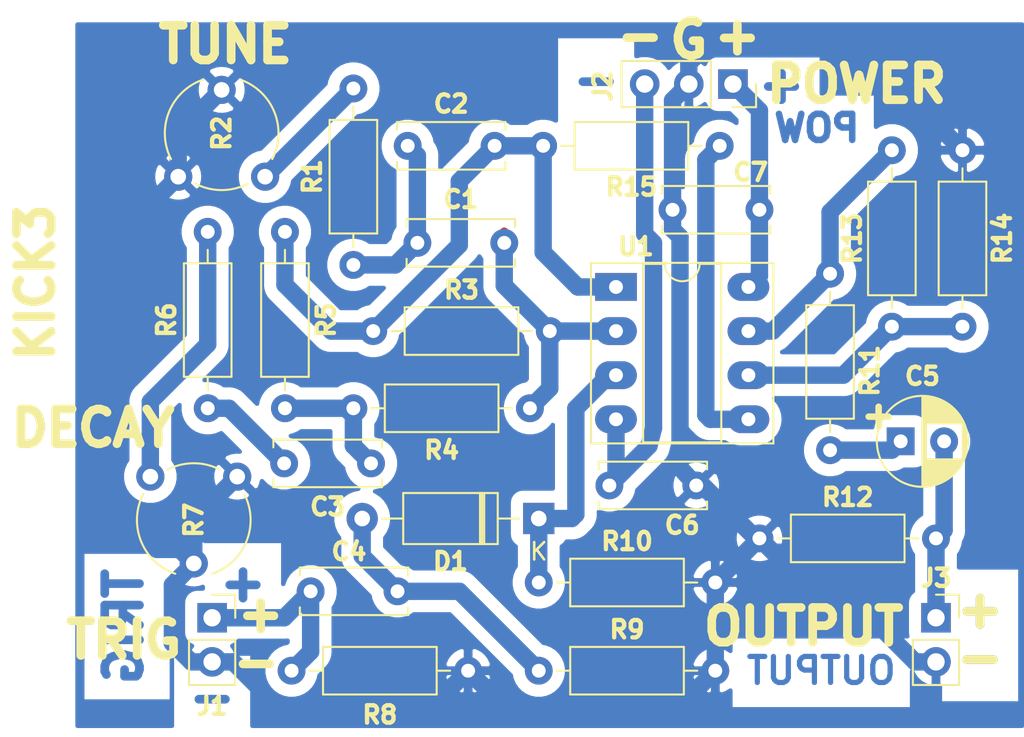
<source format=kicad_pcb>
(kicad_pcb (version 20171130) (host pcbnew "(5.1.5-0)")

  (general
    (thickness 1.6)
    (drawings 23)
    (tracks 112)
    (zones 0)
    (modules 27)
    (nets 19)
  )

  (page A4)
  (layers
    (0 F.Cu signal)
    (31 B.Cu signal)
    (32 B.Adhes user)
    (33 F.Adhes user)
    (34 B.Paste user)
    (35 F.Paste user)
    (36 B.SilkS user)
    (37 F.SilkS user)
    (38 B.Mask user hide)
    (39 F.Mask user hide)
    (40 Dwgs.User user hide)
    (41 Cmts.User user hide)
    (42 Eco1.User user hide)
    (43 Eco2.User user hide)
    (44 Edge.Cuts user hide)
    (45 Margin user hide)
    (46 B.CrtYd user hide)
    (47 F.CrtYd user hide)
    (48 B.Fab user hide)
    (49 F.Fab user)
  )

  (setup
    (last_trace_width 0.25)
    (user_trace_width 0.5)
    (user_trace_width 0.75)
    (user_trace_width 1)
    (trace_clearance 0.2)
    (zone_clearance 0.7)
    (zone_45_only no)
    (trace_min 0.2)
    (via_size 0.8)
    (via_drill 0.4)
    (via_min_size 0.4)
    (via_min_drill 0.3)
    (uvia_size 0.3)
    (uvia_drill 0.1)
    (uvias_allowed no)
    (uvia_min_size 0.2)
    (uvia_min_drill 0.1)
    (edge_width 0.05)
    (segment_width 0.2)
    (pcb_text_width 0.3)
    (pcb_text_size 1.5 1.5)
    (mod_edge_width 0.12)
    (mod_text_size 1 1)
    (mod_text_width 0.15)
    (pad_size 1.524 1.524)
    (pad_drill 0.762)
    (pad_to_mask_clearance 0.051)
    (solder_mask_min_width 0.25)
    (aux_axis_origin 0 0)
    (visible_elements FFFFFF7F)
    (pcbplotparams
      (layerselection 0x010fc_ffffffff)
      (usegerberextensions false)
      (usegerberattributes false)
      (usegerberadvancedattributes false)
      (creategerberjobfile false)
      (excludeedgelayer true)
      (linewidth 0.100000)
      (plotframeref false)
      (viasonmask false)
      (mode 1)
      (useauxorigin false)
      (hpglpennumber 1)
      (hpglpenspeed 20)
      (hpglpendiameter 15.000000)
      (psnegative false)
      (psa4output false)
      (plotreference true)
      (plotvalue true)
      (plotinvisibletext false)
      (padsonsilk false)
      (subtractmaskfromsilk false)
      (outputformat 1)
      (mirror false)
      (drillshape 1)
      (scaleselection 1)
      (outputdirectory ""))
  )

  (net 0 "")
  (net 1 "Net-(C1-Pad2)")
  (net 2 "Net-(C1-Pad1)")
  (net 3 "Net-(C2-Pad1)")
  (net 4 GND)
  (net 5 "Net-(C3-Pad1)")
  (net 6 "Net-(C4-Pad1)")
  (net 7 "Net-(C5-Pad2)")
  (net 8 "Net-(C5-Pad1)")
  (net 9 "Net-(C3-Pad2)")
  (net 10 "Net-(C4-Pad2)")
  (net 11 "Net-(C6-Pad1)")
  (net 12 "Net-(C7-Pad1)")
  (net 13 "Net-(D1-Pad1)")
  (net 14 "Net-(R1-Pad2)")
  (net 15 "Net-(R6-Pad2)")
  (net 16 "Net-(R11-Pad2)")
  (net 17 "Net-(R13-Pad2)")
  (net 18 "Net-(R15-Pad1)")

  (net_class Default "This is the default net class."
    (clearance 0.2)
    (trace_width 0.25)
    (via_dia 0.8)
    (via_drill 0.4)
    (uvia_dia 0.3)
    (uvia_drill 0.1)
    (add_net GND)
    (add_net "Net-(C1-Pad1)")
    (add_net "Net-(C1-Pad2)")
    (add_net "Net-(C2-Pad1)")
    (add_net "Net-(C3-Pad1)")
    (add_net "Net-(C3-Pad2)")
    (add_net "Net-(C4-Pad1)")
    (add_net "Net-(C4-Pad2)")
    (add_net "Net-(C5-Pad1)")
    (add_net "Net-(C5-Pad2)")
    (add_net "Net-(C6-Pad1)")
    (add_net "Net-(C7-Pad1)")
    (add_net "Net-(D1-Pad1)")
    (add_net "Net-(R1-Pad2)")
    (add_net "Net-(R11-Pad2)")
    (add_net "Net-(R13-Pad2)")
    (add_net "Net-(R15-Pad1)")
    (add_net "Net-(R6-Pad2)")
  )

  (module Resistor_THT:R_Axial_DIN0207_L6.3mm_D2.5mm_P10.16mm_Horizontal (layer F.Cu) (tedit 5AE5139B) (tstamp 5E8438E3)
    (at 109.474 87.122 180)
    (descr "Resistor, Axial_DIN0207 series, Axial, Horizontal, pin pitch=10.16mm, 0.25W = 1/4W, length*diameter=6.3*2.5mm^2, http://cdn-reichelt.de/documents/datenblatt/B400/1_4W%23YAG.pdf")
    (tags "Resistor Axial_DIN0207 series Axial Horizontal pin pitch 10.16mm 0.25W = 1/4W length 6.3mm diameter 2.5mm")
    (path /5E91C1F5)
    (fp_text reference R15 (at 5.08 -2.37) (layer F.SilkS)
      (effects (font (size 1 1) (thickness 0.25)))
    )
    (fp_text value 1k (at 6.096 -2.286) (layer F.Fab)
      (effects (font (size 1 1) (thickness 0.15)))
    )
    (fp_text user %R (at 5.08 0) (layer F.Fab)
      (effects (font (size 1 1) (thickness 0.15)))
    )
    (fp_line (start 11.21 -1.5) (end -1.05 -1.5) (layer F.CrtYd) (width 0.05))
    (fp_line (start 11.21 1.5) (end 11.21 -1.5) (layer F.CrtYd) (width 0.05))
    (fp_line (start -1.05 1.5) (end 11.21 1.5) (layer F.CrtYd) (width 0.05))
    (fp_line (start -1.05 -1.5) (end -1.05 1.5) (layer F.CrtYd) (width 0.05))
    (fp_line (start 9.12 0) (end 8.35 0) (layer F.SilkS) (width 0.12))
    (fp_line (start 1.04 0) (end 1.81 0) (layer F.SilkS) (width 0.12))
    (fp_line (start 8.35 -1.37) (end 1.81 -1.37) (layer F.SilkS) (width 0.12))
    (fp_line (start 8.35 1.37) (end 8.35 -1.37) (layer F.SilkS) (width 0.12))
    (fp_line (start 1.81 1.37) (end 8.35 1.37) (layer F.SilkS) (width 0.12))
    (fp_line (start 1.81 -1.37) (end 1.81 1.37) (layer F.SilkS) (width 0.12))
    (fp_line (start 10.16 0) (end 8.23 0) (layer F.Fab) (width 0.1))
    (fp_line (start 0 0) (end 1.93 0) (layer F.Fab) (width 0.1))
    (fp_line (start 8.23 -1.25) (end 1.93 -1.25) (layer F.Fab) (width 0.1))
    (fp_line (start 8.23 1.25) (end 8.23 -1.25) (layer F.Fab) (width 0.1))
    (fp_line (start 1.93 1.25) (end 8.23 1.25) (layer F.Fab) (width 0.1))
    (fp_line (start 1.93 -1.25) (end 1.93 1.25) (layer F.Fab) (width 0.1))
    (pad 2 thru_hole oval (at 10.16 0 180) (size 1.6 1.6) (drill 0.8) (layers *.Cu *.Mask)
      (net 3 "Net-(C2-Pad1)"))
    (pad 1 thru_hole circle (at 0 0 180) (size 1.6 1.6) (drill 0.8) (layers *.Cu *.Mask)
      (net 18 "Net-(R15-Pad1)"))
    (model ${KISYS3DMOD}/Resistor_THT.3dshapes/R_Axial_DIN0207_L6.3mm_D2.5mm_P10.16mm_Horizontal.wrl
      (at (xyz 0 0 0))
      (scale (xyz 1 1 1))
      (rotate (xyz 0 0 0))
    )
  )

  (module Capacitor_THT:CP_Radial_D5.0mm_P2.50mm (layer F.Cu) (tedit 5AE50EF0) (tstamp 5E83DD78)
    (at 119.888 104.14)
    (descr "CP, Radial series, Radial, pin pitch=2.50mm, , diameter=5mm, Electrolytic Capacitor")
    (tags "CP Radial series Radial pin pitch 2.50mm  diameter 5mm Electrolytic Capacitor")
    (path /5E83EFD3)
    (fp_text reference C5 (at 1.25 -3.75) (layer F.SilkS)
      (effects (font (size 1 1) (thickness 0.25)))
    )
    (fp_text value 10uF (at 3.556 3.302) (layer F.Fab)
      (effects (font (size 1 1) (thickness 0.15)))
    )
    (fp_text user %R (at 1.25 0) (layer F.Fab)
      (effects (font (size 1 1) (thickness 0.15)))
    )
    (fp_line (start -1.304775 -1.725) (end -1.304775 -1.225) (layer F.SilkS) (width 0.12))
    (fp_line (start -1.554775 -1.475) (end -1.054775 -1.475) (layer F.SilkS) (width 0.12))
    (fp_line (start 3.851 -0.284) (end 3.851 0.284) (layer F.SilkS) (width 0.12))
    (fp_line (start 3.811 -0.518) (end 3.811 0.518) (layer F.SilkS) (width 0.12))
    (fp_line (start 3.771 -0.677) (end 3.771 0.677) (layer F.SilkS) (width 0.12))
    (fp_line (start 3.731 -0.805) (end 3.731 0.805) (layer F.SilkS) (width 0.12))
    (fp_line (start 3.691 -0.915) (end 3.691 0.915) (layer F.SilkS) (width 0.12))
    (fp_line (start 3.651 -1.011) (end 3.651 1.011) (layer F.SilkS) (width 0.12))
    (fp_line (start 3.611 -1.098) (end 3.611 1.098) (layer F.SilkS) (width 0.12))
    (fp_line (start 3.571 -1.178) (end 3.571 1.178) (layer F.SilkS) (width 0.12))
    (fp_line (start 3.531 1.04) (end 3.531 1.251) (layer F.SilkS) (width 0.12))
    (fp_line (start 3.531 -1.251) (end 3.531 -1.04) (layer F.SilkS) (width 0.12))
    (fp_line (start 3.491 1.04) (end 3.491 1.319) (layer F.SilkS) (width 0.12))
    (fp_line (start 3.491 -1.319) (end 3.491 -1.04) (layer F.SilkS) (width 0.12))
    (fp_line (start 3.451 1.04) (end 3.451 1.383) (layer F.SilkS) (width 0.12))
    (fp_line (start 3.451 -1.383) (end 3.451 -1.04) (layer F.SilkS) (width 0.12))
    (fp_line (start 3.411 1.04) (end 3.411 1.443) (layer F.SilkS) (width 0.12))
    (fp_line (start 3.411 -1.443) (end 3.411 -1.04) (layer F.SilkS) (width 0.12))
    (fp_line (start 3.371 1.04) (end 3.371 1.5) (layer F.SilkS) (width 0.12))
    (fp_line (start 3.371 -1.5) (end 3.371 -1.04) (layer F.SilkS) (width 0.12))
    (fp_line (start 3.331 1.04) (end 3.331 1.554) (layer F.SilkS) (width 0.12))
    (fp_line (start 3.331 -1.554) (end 3.331 -1.04) (layer F.SilkS) (width 0.12))
    (fp_line (start 3.291 1.04) (end 3.291 1.605) (layer F.SilkS) (width 0.12))
    (fp_line (start 3.291 -1.605) (end 3.291 -1.04) (layer F.SilkS) (width 0.12))
    (fp_line (start 3.251 1.04) (end 3.251 1.653) (layer F.SilkS) (width 0.12))
    (fp_line (start 3.251 -1.653) (end 3.251 -1.04) (layer F.SilkS) (width 0.12))
    (fp_line (start 3.211 1.04) (end 3.211 1.699) (layer F.SilkS) (width 0.12))
    (fp_line (start 3.211 -1.699) (end 3.211 -1.04) (layer F.SilkS) (width 0.12))
    (fp_line (start 3.171 1.04) (end 3.171 1.743) (layer F.SilkS) (width 0.12))
    (fp_line (start 3.171 -1.743) (end 3.171 -1.04) (layer F.SilkS) (width 0.12))
    (fp_line (start 3.131 1.04) (end 3.131 1.785) (layer F.SilkS) (width 0.12))
    (fp_line (start 3.131 -1.785) (end 3.131 -1.04) (layer F.SilkS) (width 0.12))
    (fp_line (start 3.091 1.04) (end 3.091 1.826) (layer F.SilkS) (width 0.12))
    (fp_line (start 3.091 -1.826) (end 3.091 -1.04) (layer F.SilkS) (width 0.12))
    (fp_line (start 3.051 1.04) (end 3.051 1.864) (layer F.SilkS) (width 0.12))
    (fp_line (start 3.051 -1.864) (end 3.051 -1.04) (layer F.SilkS) (width 0.12))
    (fp_line (start 3.011 1.04) (end 3.011 1.901) (layer F.SilkS) (width 0.12))
    (fp_line (start 3.011 -1.901) (end 3.011 -1.04) (layer F.SilkS) (width 0.12))
    (fp_line (start 2.971 1.04) (end 2.971 1.937) (layer F.SilkS) (width 0.12))
    (fp_line (start 2.971 -1.937) (end 2.971 -1.04) (layer F.SilkS) (width 0.12))
    (fp_line (start 2.931 1.04) (end 2.931 1.971) (layer F.SilkS) (width 0.12))
    (fp_line (start 2.931 -1.971) (end 2.931 -1.04) (layer F.SilkS) (width 0.12))
    (fp_line (start 2.891 1.04) (end 2.891 2.004) (layer F.SilkS) (width 0.12))
    (fp_line (start 2.891 -2.004) (end 2.891 -1.04) (layer F.SilkS) (width 0.12))
    (fp_line (start 2.851 1.04) (end 2.851 2.035) (layer F.SilkS) (width 0.12))
    (fp_line (start 2.851 -2.035) (end 2.851 -1.04) (layer F.SilkS) (width 0.12))
    (fp_line (start 2.811 1.04) (end 2.811 2.065) (layer F.SilkS) (width 0.12))
    (fp_line (start 2.811 -2.065) (end 2.811 -1.04) (layer F.SilkS) (width 0.12))
    (fp_line (start 2.771 1.04) (end 2.771 2.095) (layer F.SilkS) (width 0.12))
    (fp_line (start 2.771 -2.095) (end 2.771 -1.04) (layer F.SilkS) (width 0.12))
    (fp_line (start 2.731 1.04) (end 2.731 2.122) (layer F.SilkS) (width 0.12))
    (fp_line (start 2.731 -2.122) (end 2.731 -1.04) (layer F.SilkS) (width 0.12))
    (fp_line (start 2.691 1.04) (end 2.691 2.149) (layer F.SilkS) (width 0.12))
    (fp_line (start 2.691 -2.149) (end 2.691 -1.04) (layer F.SilkS) (width 0.12))
    (fp_line (start 2.651 1.04) (end 2.651 2.175) (layer F.SilkS) (width 0.12))
    (fp_line (start 2.651 -2.175) (end 2.651 -1.04) (layer F.SilkS) (width 0.12))
    (fp_line (start 2.611 1.04) (end 2.611 2.2) (layer F.SilkS) (width 0.12))
    (fp_line (start 2.611 -2.2) (end 2.611 -1.04) (layer F.SilkS) (width 0.12))
    (fp_line (start 2.571 1.04) (end 2.571 2.224) (layer F.SilkS) (width 0.12))
    (fp_line (start 2.571 -2.224) (end 2.571 -1.04) (layer F.SilkS) (width 0.12))
    (fp_line (start 2.531 1.04) (end 2.531 2.247) (layer F.SilkS) (width 0.12))
    (fp_line (start 2.531 -2.247) (end 2.531 -1.04) (layer F.SilkS) (width 0.12))
    (fp_line (start 2.491 1.04) (end 2.491 2.268) (layer F.SilkS) (width 0.12))
    (fp_line (start 2.491 -2.268) (end 2.491 -1.04) (layer F.SilkS) (width 0.12))
    (fp_line (start 2.451 1.04) (end 2.451 2.29) (layer F.SilkS) (width 0.12))
    (fp_line (start 2.451 -2.29) (end 2.451 -1.04) (layer F.SilkS) (width 0.12))
    (fp_line (start 2.411 1.04) (end 2.411 2.31) (layer F.SilkS) (width 0.12))
    (fp_line (start 2.411 -2.31) (end 2.411 -1.04) (layer F.SilkS) (width 0.12))
    (fp_line (start 2.371 1.04) (end 2.371 2.329) (layer F.SilkS) (width 0.12))
    (fp_line (start 2.371 -2.329) (end 2.371 -1.04) (layer F.SilkS) (width 0.12))
    (fp_line (start 2.331 1.04) (end 2.331 2.348) (layer F.SilkS) (width 0.12))
    (fp_line (start 2.331 -2.348) (end 2.331 -1.04) (layer F.SilkS) (width 0.12))
    (fp_line (start 2.291 1.04) (end 2.291 2.365) (layer F.SilkS) (width 0.12))
    (fp_line (start 2.291 -2.365) (end 2.291 -1.04) (layer F.SilkS) (width 0.12))
    (fp_line (start 2.251 1.04) (end 2.251 2.382) (layer F.SilkS) (width 0.12))
    (fp_line (start 2.251 -2.382) (end 2.251 -1.04) (layer F.SilkS) (width 0.12))
    (fp_line (start 2.211 1.04) (end 2.211 2.398) (layer F.SilkS) (width 0.12))
    (fp_line (start 2.211 -2.398) (end 2.211 -1.04) (layer F.SilkS) (width 0.12))
    (fp_line (start 2.171 1.04) (end 2.171 2.414) (layer F.SilkS) (width 0.12))
    (fp_line (start 2.171 -2.414) (end 2.171 -1.04) (layer F.SilkS) (width 0.12))
    (fp_line (start 2.131 1.04) (end 2.131 2.428) (layer F.SilkS) (width 0.12))
    (fp_line (start 2.131 -2.428) (end 2.131 -1.04) (layer F.SilkS) (width 0.12))
    (fp_line (start 2.091 1.04) (end 2.091 2.442) (layer F.SilkS) (width 0.12))
    (fp_line (start 2.091 -2.442) (end 2.091 -1.04) (layer F.SilkS) (width 0.12))
    (fp_line (start 2.051 1.04) (end 2.051 2.455) (layer F.SilkS) (width 0.12))
    (fp_line (start 2.051 -2.455) (end 2.051 -1.04) (layer F.SilkS) (width 0.12))
    (fp_line (start 2.011 1.04) (end 2.011 2.468) (layer F.SilkS) (width 0.12))
    (fp_line (start 2.011 -2.468) (end 2.011 -1.04) (layer F.SilkS) (width 0.12))
    (fp_line (start 1.971 1.04) (end 1.971 2.48) (layer F.SilkS) (width 0.12))
    (fp_line (start 1.971 -2.48) (end 1.971 -1.04) (layer F.SilkS) (width 0.12))
    (fp_line (start 1.93 1.04) (end 1.93 2.491) (layer F.SilkS) (width 0.12))
    (fp_line (start 1.93 -2.491) (end 1.93 -1.04) (layer F.SilkS) (width 0.12))
    (fp_line (start 1.89 1.04) (end 1.89 2.501) (layer F.SilkS) (width 0.12))
    (fp_line (start 1.89 -2.501) (end 1.89 -1.04) (layer F.SilkS) (width 0.12))
    (fp_line (start 1.85 1.04) (end 1.85 2.511) (layer F.SilkS) (width 0.12))
    (fp_line (start 1.85 -2.511) (end 1.85 -1.04) (layer F.SilkS) (width 0.12))
    (fp_line (start 1.81 1.04) (end 1.81 2.52) (layer F.SilkS) (width 0.12))
    (fp_line (start 1.81 -2.52) (end 1.81 -1.04) (layer F.SilkS) (width 0.12))
    (fp_line (start 1.77 1.04) (end 1.77 2.528) (layer F.SilkS) (width 0.12))
    (fp_line (start 1.77 -2.528) (end 1.77 -1.04) (layer F.SilkS) (width 0.12))
    (fp_line (start 1.73 1.04) (end 1.73 2.536) (layer F.SilkS) (width 0.12))
    (fp_line (start 1.73 -2.536) (end 1.73 -1.04) (layer F.SilkS) (width 0.12))
    (fp_line (start 1.69 1.04) (end 1.69 2.543) (layer F.SilkS) (width 0.12))
    (fp_line (start 1.69 -2.543) (end 1.69 -1.04) (layer F.SilkS) (width 0.12))
    (fp_line (start 1.65 1.04) (end 1.65 2.55) (layer F.SilkS) (width 0.12))
    (fp_line (start 1.65 -2.55) (end 1.65 -1.04) (layer F.SilkS) (width 0.12))
    (fp_line (start 1.61 1.04) (end 1.61 2.556) (layer F.SilkS) (width 0.12))
    (fp_line (start 1.61 -2.556) (end 1.61 -1.04) (layer F.SilkS) (width 0.12))
    (fp_line (start 1.57 1.04) (end 1.57 2.561) (layer F.SilkS) (width 0.12))
    (fp_line (start 1.57 -2.561) (end 1.57 -1.04) (layer F.SilkS) (width 0.12))
    (fp_line (start 1.53 1.04) (end 1.53 2.565) (layer F.SilkS) (width 0.12))
    (fp_line (start 1.53 -2.565) (end 1.53 -1.04) (layer F.SilkS) (width 0.12))
    (fp_line (start 1.49 1.04) (end 1.49 2.569) (layer F.SilkS) (width 0.12))
    (fp_line (start 1.49 -2.569) (end 1.49 -1.04) (layer F.SilkS) (width 0.12))
    (fp_line (start 1.45 -2.573) (end 1.45 2.573) (layer F.SilkS) (width 0.12))
    (fp_line (start 1.41 -2.576) (end 1.41 2.576) (layer F.SilkS) (width 0.12))
    (fp_line (start 1.37 -2.578) (end 1.37 2.578) (layer F.SilkS) (width 0.12))
    (fp_line (start 1.33 -2.579) (end 1.33 2.579) (layer F.SilkS) (width 0.12))
    (fp_line (start 1.29 -2.58) (end 1.29 2.58) (layer F.SilkS) (width 0.12))
    (fp_line (start 1.25 -2.58) (end 1.25 2.58) (layer F.SilkS) (width 0.12))
    (fp_line (start -0.633605 -1.3375) (end -0.633605 -0.8375) (layer F.Fab) (width 0.1))
    (fp_line (start -0.883605 -1.0875) (end -0.383605 -1.0875) (layer F.Fab) (width 0.1))
    (fp_circle (center 1.25 0) (end 4 0) (layer F.CrtYd) (width 0.05))
    (fp_circle (center 1.25 0) (end 3.87 0) (layer F.SilkS) (width 0.12))
    (fp_circle (center 1.25 0) (end 3.75 0) (layer F.Fab) (width 0.1))
    (pad 2 thru_hole circle (at 2.5 0) (size 1.6 1.6) (drill 0.8) (layers *.Cu *.Mask)
      (net 7 "Net-(C5-Pad2)"))
    (pad 1 thru_hole rect (at 0 0) (size 1.6 1.6) (drill 0.8) (layers *.Cu *.Mask)
      (net 8 "Net-(C5-Pad1)"))
    (model ${KISYS3DMOD}/Capacitor_THT.3dshapes/CP_Radial_D5.0mm_P2.50mm.wrl
      (at (xyz 0 0 0))
      (scale (xyz 1 1 1))
      (rotate (xyz 0 0 0))
    )
  )

  (module Connector_PinSocket_2.54mm:PinSocket_1x02_P2.54mm_Vertical (layer F.Cu) (tedit 5A19A420) (tstamp 5E83C343)
    (at 121.92 114.3)
    (descr "Through hole straight socket strip, 1x02, 2.54mm pitch, single row (from Kicad 4.0.7), script generated")
    (tags "Through hole socket strip THT 1x02 2.54mm single row")
    (path /5E54F840)
    (fp_text reference J3 (at 0 -2.286) (layer F.SilkS)
      (effects (font (size 1 1) (thickness 0.25)))
    )
    (fp_text value Output (at 0 5.31) (layer F.Fab)
      (effects (font (size 1 1) (thickness 0.15)))
    )
    (fp_text user %R (at 0 1.27 90) (layer F.Fab)
      (effects (font (size 1 1) (thickness 0.15)))
    )
    (fp_line (start -1.8 4.3) (end -1.8 -1.8) (layer F.CrtYd) (width 0.05))
    (fp_line (start 1.75 4.3) (end -1.8 4.3) (layer F.CrtYd) (width 0.05))
    (fp_line (start 1.75 -1.8) (end 1.75 4.3) (layer F.CrtYd) (width 0.05))
    (fp_line (start -1.8 -1.8) (end 1.75 -1.8) (layer F.CrtYd) (width 0.05))
    (fp_line (start 0 -1.33) (end 1.33 -1.33) (layer F.SilkS) (width 0.12))
    (fp_line (start 1.33 -1.33) (end 1.33 0) (layer F.SilkS) (width 0.12))
    (fp_line (start 1.33 1.27) (end 1.33 3.87) (layer F.SilkS) (width 0.12))
    (fp_line (start -1.33 3.87) (end 1.33 3.87) (layer F.SilkS) (width 0.12))
    (fp_line (start -1.33 1.27) (end -1.33 3.87) (layer F.SilkS) (width 0.12))
    (fp_line (start -1.33 1.27) (end 1.33 1.27) (layer F.SilkS) (width 0.12))
    (fp_line (start -1.27 3.81) (end -1.27 -1.27) (layer F.Fab) (width 0.1))
    (fp_line (start 1.27 3.81) (end -1.27 3.81) (layer F.Fab) (width 0.1))
    (fp_line (start 1.27 -0.635) (end 1.27 3.81) (layer F.Fab) (width 0.1))
    (fp_line (start 0.635 -1.27) (end 1.27 -0.635) (layer F.Fab) (width 0.1))
    (fp_line (start -1.27 -1.27) (end 0.635 -1.27) (layer F.Fab) (width 0.1))
    (pad 2 thru_hole oval (at 0 2.54) (size 1.7 1.7) (drill 1) (layers *.Cu *.Mask)
      (net 4 GND))
    (pad 1 thru_hole rect (at 0 0) (size 1.7 1.7) (drill 1) (layers *.Cu *.Mask)
      (net 7 "Net-(C5-Pad2)"))
    (model ${KISYS3DMOD}/Connector_PinSocket_2.54mm.3dshapes/PinSocket_1x02_P2.54mm_Vertical.wrl
      (at (xyz 0 0 0))
      (scale (xyz 1 1 1))
      (rotate (xyz 0 0 0))
    )
  )

  (module Connector_PinSocket_2.54mm:PinSocket_1x03_P2.54mm_Vertical (layer F.Cu) (tedit 5A19A429) (tstamp 5E83C32D)
    (at 110.236 83.566 270)
    (descr "Through hole straight socket strip, 1x03, 2.54mm pitch, single row (from Kicad 4.0.7), script generated")
    (tags "Through hole socket strip THT 1x03 2.54mm single row")
    (path /5E54A952)
    (fp_text reference J2 (at 0.127 7.493 90) (layer F.SilkS)
      (effects (font (size 1 1) (thickness 0.25)))
    )
    (fp_text value Power (at 0 7.85 90) (layer F.Fab)
      (effects (font (size 1 1) (thickness 0.15)))
    )
    (fp_text user %R (at 0 2.54) (layer F.Fab)
      (effects (font (size 1 1) (thickness 0.15)))
    )
    (fp_line (start -1.8 6.85) (end -1.8 -1.8) (layer F.CrtYd) (width 0.05))
    (fp_line (start 1.75 6.85) (end -1.8 6.85) (layer F.CrtYd) (width 0.05))
    (fp_line (start 1.75 -1.8) (end 1.75 6.85) (layer F.CrtYd) (width 0.05))
    (fp_line (start -1.8 -1.8) (end 1.75 -1.8) (layer F.CrtYd) (width 0.05))
    (fp_line (start 0 -1.33) (end 1.33 -1.33) (layer F.SilkS) (width 0.12))
    (fp_line (start 1.33 -1.33) (end 1.33 0) (layer F.SilkS) (width 0.12))
    (fp_line (start 1.33 1.27) (end 1.33 6.41) (layer F.SilkS) (width 0.12))
    (fp_line (start -1.33 6.41) (end 1.33 6.41) (layer F.SilkS) (width 0.12))
    (fp_line (start -1.33 1.27) (end -1.33 6.41) (layer F.SilkS) (width 0.12))
    (fp_line (start -1.33 1.27) (end 1.33 1.27) (layer F.SilkS) (width 0.12))
    (fp_line (start -1.27 6.35) (end -1.27 -1.27) (layer F.Fab) (width 0.1))
    (fp_line (start 1.27 6.35) (end -1.27 6.35) (layer F.Fab) (width 0.1))
    (fp_line (start 1.27 -0.635) (end 1.27 6.35) (layer F.Fab) (width 0.1))
    (fp_line (start 0.635 -1.27) (end 1.27 -0.635) (layer F.Fab) (width 0.1))
    (fp_line (start -1.27 -1.27) (end 0.635 -1.27) (layer F.Fab) (width 0.1))
    (pad 3 thru_hole oval (at 0 5.08 270) (size 1.7 1.7) (drill 1) (layers *.Cu *.Mask)
      (net 11 "Net-(C6-Pad1)"))
    (pad 2 thru_hole oval (at 0 2.54 270) (size 1.7 1.7) (drill 1) (layers *.Cu *.Mask)
      (net 4 GND))
    (pad 1 thru_hole rect (at 0 0 270) (size 1.7 1.7) (drill 1) (layers *.Cu *.Mask)
      (net 12 "Net-(C7-Pad1)"))
    (model ${KISYS3DMOD}/Connector_PinSocket_2.54mm.3dshapes/PinSocket_1x03_P2.54mm_Vertical.wrl
      (at (xyz 0 0 0))
      (scale (xyz 1 1 1))
      (rotate (xyz 0 0 0))
    )
  )

  (module Connector_PinSocket_2.54mm:PinSocket_1x02_P2.54mm_Vertical (layer F.Cu) (tedit 5A19A420) (tstamp 5E83C316)
    (at 80.264 114.3)
    (descr "Through hole straight socket strip, 1x02, 2.54mm pitch, single row (from Kicad 4.0.7), script generated")
    (tags "Through hole socket strip THT 1x02 2.54mm single row")
    (path /5E532252)
    (fp_text reference J1 (at 0 5.08) (layer F.SilkS)
      (effects (font (size 1 1) (thickness 0.25)))
    )
    (fp_text value Input (at 0 5.31) (layer F.Fab)
      (effects (font (size 1 1) (thickness 0.15)))
    )
    (fp_text user %R (at 0 1.27 90) (layer F.Fab)
      (effects (font (size 1 1) (thickness 0.15)))
    )
    (fp_line (start -1.8 4.3) (end -1.8 -1.8) (layer F.CrtYd) (width 0.05))
    (fp_line (start 1.75 4.3) (end -1.8 4.3) (layer F.CrtYd) (width 0.05))
    (fp_line (start 1.75 -1.8) (end 1.75 4.3) (layer F.CrtYd) (width 0.05))
    (fp_line (start -1.8 -1.8) (end 1.75 -1.8) (layer F.CrtYd) (width 0.05))
    (fp_line (start 0 -1.33) (end 1.33 -1.33) (layer F.SilkS) (width 0.12))
    (fp_line (start 1.33 -1.33) (end 1.33 0) (layer F.SilkS) (width 0.12))
    (fp_line (start 1.33 1.27) (end 1.33 3.87) (layer F.SilkS) (width 0.12))
    (fp_line (start -1.33 3.87) (end 1.33 3.87) (layer F.SilkS) (width 0.12))
    (fp_line (start -1.33 1.27) (end -1.33 3.87) (layer F.SilkS) (width 0.12))
    (fp_line (start -1.33 1.27) (end 1.33 1.27) (layer F.SilkS) (width 0.12))
    (fp_line (start -1.27 3.81) (end -1.27 -1.27) (layer F.Fab) (width 0.1))
    (fp_line (start 1.27 3.81) (end -1.27 3.81) (layer F.Fab) (width 0.1))
    (fp_line (start 1.27 -0.635) (end 1.27 3.81) (layer F.Fab) (width 0.1))
    (fp_line (start 0.635 -1.27) (end 1.27 -0.635) (layer F.Fab) (width 0.1))
    (fp_line (start -1.27 -1.27) (end 0.635 -1.27) (layer F.Fab) (width 0.1))
    (pad 2 thru_hole oval (at 0 2.54) (size 1.7 1.7) (drill 1) (layers *.Cu *.Mask)
      (net 4 GND))
    (pad 1 thru_hole rect (at 0 0) (size 1.7 1.7) (drill 1) (layers *.Cu *.Mask)
      (net 10 "Net-(C4-Pad2)"))
    (model ${KISYS3DMOD}/Connector_PinSocket_2.54mm.3dshapes/PinSocket_1x02_P2.54mm_Vertical.wrl
      (at (xyz 0 0 0))
      (scale (xyz 1 1 1))
      (rotate (xyz 0 0 0))
    )
  )

  (module Resistor_THT:R_Axial_DIN0207_L6.3mm_D2.5mm_P10.16mm_Horizontal (layer F.Cu) (tedit 5AE5139B) (tstamp 5E8377FA)
    (at 123.444 97.536 90)
    (descr "Resistor, Axial_DIN0207 series, Axial, Horizontal, pin pitch=10.16mm, 0.25W = 1/4W, length*diameter=6.3*2.5mm^2, http://cdn-reichelt.de/documents/datenblatt/B400/1_4W%23YAG.pdf")
    (tags "Resistor Axial_DIN0207 series Axial Horizontal pin pitch 10.16mm 0.25W = 1/4W length 6.3mm diameter 2.5mm")
    (path /5E8635CB)
    (fp_text reference R14 (at 5.08 2.286 90) (layer F.SilkS)
      (effects (font (size 1 1) (thickness 0.25)))
    )
    (fp_text value 1K (at 5.08 2.37 90) (layer F.Fab)
      (effects (font (size 1 1) (thickness 0.15)))
    )
    (fp_text user %R (at 5.08 0 90) (layer F.Fab)
      (effects (font (size 1 1) (thickness 0.15)))
    )
    (fp_line (start 11.21 -1.5) (end -1.05 -1.5) (layer F.CrtYd) (width 0.05))
    (fp_line (start 11.21 1.5) (end 11.21 -1.5) (layer F.CrtYd) (width 0.05))
    (fp_line (start -1.05 1.5) (end 11.21 1.5) (layer F.CrtYd) (width 0.05))
    (fp_line (start -1.05 -1.5) (end -1.05 1.5) (layer F.CrtYd) (width 0.05))
    (fp_line (start 9.12 0) (end 8.35 0) (layer F.SilkS) (width 0.12))
    (fp_line (start 1.04 0) (end 1.81 0) (layer F.SilkS) (width 0.12))
    (fp_line (start 8.35 -1.37) (end 1.81 -1.37) (layer F.SilkS) (width 0.12))
    (fp_line (start 8.35 1.37) (end 8.35 -1.37) (layer F.SilkS) (width 0.12))
    (fp_line (start 1.81 1.37) (end 8.35 1.37) (layer F.SilkS) (width 0.12))
    (fp_line (start 1.81 -1.37) (end 1.81 1.37) (layer F.SilkS) (width 0.12))
    (fp_line (start 10.16 0) (end 8.23 0) (layer F.Fab) (width 0.1))
    (fp_line (start 0 0) (end 1.93 0) (layer F.Fab) (width 0.1))
    (fp_line (start 8.23 -1.25) (end 1.93 -1.25) (layer F.Fab) (width 0.1))
    (fp_line (start 8.23 1.25) (end 8.23 -1.25) (layer F.Fab) (width 0.1))
    (fp_line (start 1.93 1.25) (end 8.23 1.25) (layer F.Fab) (width 0.1))
    (fp_line (start 1.93 -1.25) (end 1.93 1.25) (layer F.Fab) (width 0.1))
    (pad 2 thru_hole oval (at 10.16 0 90) (size 1.6 1.6) (drill 0.8) (layers *.Cu *.Mask)
      (net 4 GND))
    (pad 1 thru_hole circle (at 0 0 90) (size 1.6 1.6) (drill 0.8) (layers *.Cu *.Mask)
      (net 17 "Net-(R13-Pad2)"))
    (model ${KISYS3DMOD}/Resistor_THT.3dshapes/R_Axial_DIN0207_L6.3mm_D2.5mm_P10.16mm_Horizontal.wrl
      (at (xyz 0 0 0))
      (scale (xyz 1 1 1))
      (rotate (xyz 0 0 0))
    )
  )

  (module Resistor_THT:R_Axial_DIN0207_L6.3mm_D2.5mm_P10.16mm_Horizontal (layer F.Cu) (tedit 5AE5139B) (tstamp 5E8377E3)
    (at 119.38 87.376 270)
    (descr "Resistor, Axial_DIN0207 series, Axial, Horizontal, pin pitch=10.16mm, 0.25W = 1/4W, length*diameter=6.3*2.5mm^2, http://cdn-reichelt.de/documents/datenblatt/B400/1_4W%23YAG.pdf")
    (tags "Resistor Axial_DIN0207 series Axial Horizontal pin pitch 10.16mm 0.25W = 1/4W length 6.3mm diameter 2.5mm")
    (path /5E862C8D)
    (fp_text reference R13 (at 5.08 2.286 90) (layer F.SilkS)
      (effects (font (size 1 1) (thickness 0.25)))
    )
    (fp_text value 1K (at 5.08 2.37 90) (layer F.Fab)
      (effects (font (size 1 1) (thickness 0.15)))
    )
    (fp_text user %R (at 5.08 0 90) (layer F.Fab)
      (effects (font (size 1 1) (thickness 0.15)))
    )
    (fp_line (start 11.21 -1.5) (end -1.05 -1.5) (layer F.CrtYd) (width 0.05))
    (fp_line (start 11.21 1.5) (end 11.21 -1.5) (layer F.CrtYd) (width 0.05))
    (fp_line (start -1.05 1.5) (end 11.21 1.5) (layer F.CrtYd) (width 0.05))
    (fp_line (start -1.05 -1.5) (end -1.05 1.5) (layer F.CrtYd) (width 0.05))
    (fp_line (start 9.12 0) (end 8.35 0) (layer F.SilkS) (width 0.12))
    (fp_line (start 1.04 0) (end 1.81 0) (layer F.SilkS) (width 0.12))
    (fp_line (start 8.35 -1.37) (end 1.81 -1.37) (layer F.SilkS) (width 0.12))
    (fp_line (start 8.35 1.37) (end 8.35 -1.37) (layer F.SilkS) (width 0.12))
    (fp_line (start 1.81 1.37) (end 8.35 1.37) (layer F.SilkS) (width 0.12))
    (fp_line (start 1.81 -1.37) (end 1.81 1.37) (layer F.SilkS) (width 0.12))
    (fp_line (start 10.16 0) (end 8.23 0) (layer F.Fab) (width 0.1))
    (fp_line (start 0 0) (end 1.93 0) (layer F.Fab) (width 0.1))
    (fp_line (start 8.23 -1.25) (end 1.93 -1.25) (layer F.Fab) (width 0.1))
    (fp_line (start 8.23 1.25) (end 8.23 -1.25) (layer F.Fab) (width 0.1))
    (fp_line (start 1.93 1.25) (end 8.23 1.25) (layer F.Fab) (width 0.1))
    (fp_line (start 1.93 -1.25) (end 1.93 1.25) (layer F.Fab) (width 0.1))
    (pad 2 thru_hole oval (at 10.16 0 270) (size 1.6 1.6) (drill 0.8) (layers *.Cu *.Mask)
      (net 17 "Net-(R13-Pad2)"))
    (pad 1 thru_hole circle (at 0 0 270) (size 1.6 1.6) (drill 0.8) (layers *.Cu *.Mask)
      (net 16 "Net-(R11-Pad2)"))
    (model ${KISYS3DMOD}/Resistor_THT.3dshapes/R_Axial_DIN0207_L6.3mm_D2.5mm_P10.16mm_Horizontal.wrl
      (at (xyz 0 0 0))
      (scale (xyz 1 1 1))
      (rotate (xyz 0 0 0))
    )
  )

  (module Resistor_THT:R_Axial_DIN0207_L6.3mm_D2.5mm_P10.16mm_Horizontal (layer F.Cu) (tedit 5AE5139B) (tstamp 5E8377CC)
    (at 111.76 109.728)
    (descr "Resistor, Axial_DIN0207 series, Axial, Horizontal, pin pitch=10.16mm, 0.25W = 1/4W, length*diameter=6.3*2.5mm^2, http://cdn-reichelt.de/documents/datenblatt/B400/1_4W%23YAG.pdf")
    (tags "Resistor Axial_DIN0207 series Axial Horizontal pin pitch 10.16mm 0.25W = 1/4W length 6.3mm diameter 2.5mm")
    (path /5E84130E)
    (fp_text reference R12 (at 5.08 -2.37) (layer F.SilkS)
      (effects (font (size 1 1) (thickness 0.25)))
    )
    (fp_text value 470k (at 5.08 2.37) (layer F.Fab)
      (effects (font (size 1 1) (thickness 0.15)))
    )
    (fp_text user %R (at 5.08 0) (layer F.Fab)
      (effects (font (size 1 1) (thickness 0.15)))
    )
    (fp_line (start 11.21 -1.5) (end -1.05 -1.5) (layer F.CrtYd) (width 0.05))
    (fp_line (start 11.21 1.5) (end 11.21 -1.5) (layer F.CrtYd) (width 0.05))
    (fp_line (start -1.05 1.5) (end 11.21 1.5) (layer F.CrtYd) (width 0.05))
    (fp_line (start -1.05 -1.5) (end -1.05 1.5) (layer F.CrtYd) (width 0.05))
    (fp_line (start 9.12 0) (end 8.35 0) (layer F.SilkS) (width 0.12))
    (fp_line (start 1.04 0) (end 1.81 0) (layer F.SilkS) (width 0.12))
    (fp_line (start 8.35 -1.37) (end 1.81 -1.37) (layer F.SilkS) (width 0.12))
    (fp_line (start 8.35 1.37) (end 8.35 -1.37) (layer F.SilkS) (width 0.12))
    (fp_line (start 1.81 1.37) (end 8.35 1.37) (layer F.SilkS) (width 0.12))
    (fp_line (start 1.81 -1.37) (end 1.81 1.37) (layer F.SilkS) (width 0.12))
    (fp_line (start 10.16 0) (end 8.23 0) (layer F.Fab) (width 0.1))
    (fp_line (start 0 0) (end 1.93 0) (layer F.Fab) (width 0.1))
    (fp_line (start 8.23 -1.25) (end 1.93 -1.25) (layer F.Fab) (width 0.1))
    (fp_line (start 8.23 1.25) (end 8.23 -1.25) (layer F.Fab) (width 0.1))
    (fp_line (start 1.93 1.25) (end 8.23 1.25) (layer F.Fab) (width 0.1))
    (fp_line (start 1.93 -1.25) (end 1.93 1.25) (layer F.Fab) (width 0.1))
    (pad 2 thru_hole oval (at 10.16 0) (size 1.6 1.6) (drill 0.8) (layers *.Cu *.Mask)
      (net 7 "Net-(C5-Pad2)"))
    (pad 1 thru_hole circle (at 0 0) (size 1.6 1.6) (drill 0.8) (layers *.Cu *.Mask)
      (net 4 GND))
    (model ${KISYS3DMOD}/Resistor_THT.3dshapes/R_Axial_DIN0207_L6.3mm_D2.5mm_P10.16mm_Horizontal.wrl
      (at (xyz 0 0 0))
      (scale (xyz 1 1 1))
      (rotate (xyz 0 0 0))
    )
  )

  (module Resistor_THT:R_Axial_DIN0207_L6.3mm_D2.5mm_P10.16mm_Horizontal (layer F.Cu) (tedit 5AE5139B) (tstamp 5E83779F)
    (at 99.06 112.268)
    (descr "Resistor, Axial_DIN0207 series, Axial, Horizontal, pin pitch=10.16mm, 0.25W = 1/4W, length*diameter=6.3*2.5mm^2, http://cdn-reichelt.de/documents/datenblatt/B400/1_4W%23YAG.pdf")
    (tags "Resistor Axial_DIN0207 series Axial Horizontal pin pitch 10.16mm 0.25W = 1/4W length 6.3mm diameter 2.5mm")
    (path /5E83AB6C)
    (fp_text reference R10 (at 5.08 -2.37) (layer F.SilkS)
      (effects (font (size 1 1) (thickness 0.25)))
    )
    (fp_text value 10k (at 5.08 2.37) (layer F.Fab)
      (effects (font (size 1 1) (thickness 0.15)))
    )
    (fp_text user %R (at 5.08 0) (layer F.Fab)
      (effects (font (size 1 1) (thickness 0.15)))
    )
    (fp_line (start 11.21 -1.5) (end -1.05 -1.5) (layer F.CrtYd) (width 0.05))
    (fp_line (start 11.21 1.5) (end 11.21 -1.5) (layer F.CrtYd) (width 0.05))
    (fp_line (start -1.05 1.5) (end 11.21 1.5) (layer F.CrtYd) (width 0.05))
    (fp_line (start -1.05 -1.5) (end -1.05 1.5) (layer F.CrtYd) (width 0.05))
    (fp_line (start 9.12 0) (end 8.35 0) (layer F.SilkS) (width 0.12))
    (fp_line (start 1.04 0) (end 1.81 0) (layer F.SilkS) (width 0.12))
    (fp_line (start 8.35 -1.37) (end 1.81 -1.37) (layer F.SilkS) (width 0.12))
    (fp_line (start 8.35 1.37) (end 8.35 -1.37) (layer F.SilkS) (width 0.12))
    (fp_line (start 1.81 1.37) (end 8.35 1.37) (layer F.SilkS) (width 0.12))
    (fp_line (start 1.81 -1.37) (end 1.81 1.37) (layer F.SilkS) (width 0.12))
    (fp_line (start 10.16 0) (end 8.23 0) (layer F.Fab) (width 0.1))
    (fp_line (start 0 0) (end 1.93 0) (layer F.Fab) (width 0.1))
    (fp_line (start 8.23 -1.25) (end 1.93 -1.25) (layer F.Fab) (width 0.1))
    (fp_line (start 8.23 1.25) (end 8.23 -1.25) (layer F.Fab) (width 0.1))
    (fp_line (start 1.93 1.25) (end 8.23 1.25) (layer F.Fab) (width 0.1))
    (fp_line (start 1.93 -1.25) (end 1.93 1.25) (layer F.Fab) (width 0.1))
    (pad 2 thru_hole oval (at 10.16 0) (size 1.6 1.6) (drill 0.8) (layers *.Cu *.Mask)
      (net 4 GND))
    (pad 1 thru_hole circle (at 0 0) (size 1.6 1.6) (drill 0.8) (layers *.Cu *.Mask)
      (net 13 "Net-(D1-Pad1)"))
    (model ${KISYS3DMOD}/Resistor_THT.3dshapes/R_Axial_DIN0207_L6.3mm_D2.5mm_P10.16mm_Horizontal.wrl
      (at (xyz 0 0 0))
      (scale (xyz 1 1 1))
      (rotate (xyz 0 0 0))
    )
  )

  (module Resistor_THT:R_Axial_DIN0207_L6.3mm_D2.5mm_P10.16mm_Horizontal (layer F.Cu) (tedit 5AE5139B) (tstamp 5E837788)
    (at 99.06 117.348)
    (descr "Resistor, Axial_DIN0207 series, Axial, Horizontal, pin pitch=10.16mm, 0.25W = 1/4W, length*diameter=6.3*2.5mm^2, http://cdn-reichelt.de/documents/datenblatt/B400/1_4W%23YAG.pdf")
    (tags "Resistor Axial_DIN0207 series Axial Horizontal pin pitch 10.16mm 0.25W = 1/4W length 6.3mm diameter 2.5mm")
    (path /5E83A22C)
    (fp_text reference R9 (at 5.08 -2.37) (layer F.SilkS)
      (effects (font (size 1 1) (thickness 0.25)))
    )
    (fp_text value 10k (at 5.08 2.37) (layer F.Fab)
      (effects (font (size 1 1) (thickness 0.15)))
    )
    (fp_text user %R (at 5.08 0) (layer F.Fab)
      (effects (font (size 1 1) (thickness 0.15)))
    )
    (fp_line (start 11.21 -1.5) (end -1.05 -1.5) (layer F.CrtYd) (width 0.05))
    (fp_line (start 11.21 1.5) (end 11.21 -1.5) (layer F.CrtYd) (width 0.05))
    (fp_line (start -1.05 1.5) (end 11.21 1.5) (layer F.CrtYd) (width 0.05))
    (fp_line (start -1.05 -1.5) (end -1.05 1.5) (layer F.CrtYd) (width 0.05))
    (fp_line (start 9.12 0) (end 8.35 0) (layer F.SilkS) (width 0.12))
    (fp_line (start 1.04 0) (end 1.81 0) (layer F.SilkS) (width 0.12))
    (fp_line (start 8.35 -1.37) (end 1.81 -1.37) (layer F.SilkS) (width 0.12))
    (fp_line (start 8.35 1.37) (end 8.35 -1.37) (layer F.SilkS) (width 0.12))
    (fp_line (start 1.81 1.37) (end 8.35 1.37) (layer F.SilkS) (width 0.12))
    (fp_line (start 1.81 -1.37) (end 1.81 1.37) (layer F.SilkS) (width 0.12))
    (fp_line (start 10.16 0) (end 8.23 0) (layer F.Fab) (width 0.1))
    (fp_line (start 0 0) (end 1.93 0) (layer F.Fab) (width 0.1))
    (fp_line (start 8.23 -1.25) (end 1.93 -1.25) (layer F.Fab) (width 0.1))
    (fp_line (start 8.23 1.25) (end 8.23 -1.25) (layer F.Fab) (width 0.1))
    (fp_line (start 1.93 1.25) (end 8.23 1.25) (layer F.Fab) (width 0.1))
    (fp_line (start 1.93 -1.25) (end 1.93 1.25) (layer F.Fab) (width 0.1))
    (pad 2 thru_hole oval (at 10.16 0) (size 1.6 1.6) (drill 0.8) (layers *.Cu *.Mask)
      (net 4 GND))
    (pad 1 thru_hole circle (at 0 0) (size 1.6 1.6) (drill 0.8) (layers *.Cu *.Mask)
      (net 6 "Net-(C4-Pad1)"))
    (model ${KISYS3DMOD}/Resistor_THT.3dshapes/R_Axial_DIN0207_L6.3mm_D2.5mm_P10.16mm_Horizontal.wrl
      (at (xyz 0 0 0))
      (scale (xyz 1 1 1))
      (rotate (xyz 0 0 0))
    )
  )

  (module Potentiometer_THT:Potentiometer_Piher_PT-6-V_Vertical (layer F.Cu) (tedit 5A3D4993) (tstamp 5E83775B)
    (at 76.708 106.172 270)
    (descr "Potentiometer, vertical, Piher PT-6-V, http://www.piher-nacesa.com/pdf/11-PT6v03.pdf")
    (tags "Potentiometer vertical Piher PT-6-V")
    (path /5E84ABD8)
    (fp_text reference R7 (at 2.5 -2.5 90) (layer F.SilkS)
      (effects (font (size 1 1) (thickness 0.25)))
    )
    (fp_text value 100k (at 2.5 2.06 90) (layer F.Fab)
      (effects (font (size 1 1) (thickness 0.15)))
    )
    (fp_text user %R (at 0.55 -2.5) (layer F.Fab)
      (effects (font (size 1 1) (thickness 0.15)))
    )
    (fp_line (start 6.1 -6.1) (end -1.1 -6.1) (layer F.CrtYd) (width 0.05))
    (fp_line (start 6.1 1.1) (end 6.1 -6.1) (layer F.CrtYd) (width 0.05))
    (fp_line (start -1.1 1.1) (end 6.1 1.1) (layer F.CrtYd) (width 0.05))
    (fp_line (start -1.1 -6.1) (end -1.1 1.1) (layer F.CrtYd) (width 0.05))
    (fp_circle (center 2.5 -2.5) (end 3.4 -2.5) (layer F.Fab) (width 0.1))
    (fp_circle (center 2.5 -2.5) (end 5.65 -2.5) (layer F.Fab) (width 0.1))
    (fp_arc (start 2.5 -2.5) (end 1.015 0.414) (angle -28) (layer F.SilkS) (width 0.12))
    (fp_arc (start 2.5 -2.5) (end -0.414 -3.984) (angle -54) (layer F.SilkS) (width 0.12))
    (fp_arc (start 2.5 -2.5) (end 5.592 -3.564) (angle -98) (layer F.SilkS) (width 0.12))
    (fp_arc (start 2.5 -2.5) (end 2.5 0.77) (angle -71) (layer F.SilkS) (width 0.12))
    (pad 1 thru_hole circle (at 0 0 270) (size 1.62 1.62) (drill 0.9) (layers *.Cu *.Mask)
      (net 15 "Net-(R6-Pad2)"))
    (pad 2 thru_hole circle (at 5 -2.5 270) (size 1.62 1.62) (drill 0.9) (layers *.Cu *.Mask)
      (net 4 GND))
    (pad 3 thru_hole circle (at 0 -5 270) (size 1.62 1.62) (drill 0.9) (layers *.Cu *.Mask)
      (net 4 GND))
    (model ${KISYS3DMOD}/Potentiometer_THT.3dshapes/Potentiometer_Piher_PT-6-V_Vertical.wrl
      (at (xyz 0 0 0))
      (scale (xyz 1 1 1))
      (rotate (xyz 0 0 0))
    )
  )

  (module Resistor_THT:R_Axial_DIN0207_L6.3mm_D2.5mm_P10.16mm_Horizontal (layer F.Cu) (tedit 5AE5139B) (tstamp 5E837749)
    (at 80.01 102.235 90)
    (descr "Resistor, Axial_DIN0207 series, Axial, Horizontal, pin pitch=10.16mm, 0.25W = 1/4W, length*diameter=6.3*2.5mm^2, http://cdn-reichelt.de/documents/datenblatt/B400/1_4W%23YAG.pdf")
    (tags "Resistor Axial_DIN0207 series Axial Horizontal pin pitch 10.16mm 0.25W = 1/4W length 6.3mm diameter 2.5mm")
    (path /5E84ABCC)
    (fp_text reference R6 (at 5.08 -2.37 90) (layer F.SilkS)
      (effects (font (size 1 1) (thickness 0.25)))
    )
    (fp_text value 220 (at 5.08 -2.032 90) (layer F.Fab)
      (effects (font (size 1 1) (thickness 0.15)))
    )
    (fp_text user %R (at 5.08 0 90) (layer F.Fab)
      (effects (font (size 1 1) (thickness 0.15)))
    )
    (fp_line (start 11.21 -1.5) (end -1.05 -1.5) (layer F.CrtYd) (width 0.05))
    (fp_line (start 11.21 1.5) (end 11.21 -1.5) (layer F.CrtYd) (width 0.05))
    (fp_line (start -1.05 1.5) (end 11.21 1.5) (layer F.CrtYd) (width 0.05))
    (fp_line (start -1.05 -1.5) (end -1.05 1.5) (layer F.CrtYd) (width 0.05))
    (fp_line (start 9.12 0) (end 8.35 0) (layer F.SilkS) (width 0.12))
    (fp_line (start 1.04 0) (end 1.81 0) (layer F.SilkS) (width 0.12))
    (fp_line (start 8.35 -1.37) (end 1.81 -1.37) (layer F.SilkS) (width 0.12))
    (fp_line (start 8.35 1.37) (end 8.35 -1.37) (layer F.SilkS) (width 0.12))
    (fp_line (start 1.81 1.37) (end 8.35 1.37) (layer F.SilkS) (width 0.12))
    (fp_line (start 1.81 -1.37) (end 1.81 1.37) (layer F.SilkS) (width 0.12))
    (fp_line (start 10.16 0) (end 8.23 0) (layer F.Fab) (width 0.1))
    (fp_line (start 0 0) (end 1.93 0) (layer F.Fab) (width 0.1))
    (fp_line (start 8.23 -1.25) (end 1.93 -1.25) (layer F.Fab) (width 0.1))
    (fp_line (start 8.23 1.25) (end 8.23 -1.25) (layer F.Fab) (width 0.1))
    (fp_line (start 1.93 1.25) (end 8.23 1.25) (layer F.Fab) (width 0.1))
    (fp_line (start 1.93 -1.25) (end 1.93 1.25) (layer F.Fab) (width 0.1))
    (pad 2 thru_hole oval (at 10.16 0 90) (size 1.6 1.6) (drill 0.8) (layers *.Cu *.Mask)
      (net 15 "Net-(R6-Pad2)"))
    (pad 1 thru_hole circle (at 0 0 90) (size 1.6 1.6) (drill 0.8) (layers *.Cu *.Mask)
      (net 9 "Net-(C3-Pad2)"))
    (model ${KISYS3DMOD}/Resistor_THT.3dshapes/R_Axial_DIN0207_L6.3mm_D2.5mm_P10.16mm_Horizontal.wrl
      (at (xyz 0 0 0))
      (scale (xyz 1 1 1))
      (rotate (xyz 0 0 0))
    )
  )

  (module Resistor_THT:R_Axial_DIN0207_L6.3mm_D2.5mm_P10.16mm_Horizontal (layer F.Cu) (tedit 5AE5139B) (tstamp 5E837732)
    (at 84.455 92.075 270)
    (descr "Resistor, Axial_DIN0207 series, Axial, Horizontal, pin pitch=10.16mm, 0.25W = 1/4W, length*diameter=6.3*2.5mm^2, http://cdn-reichelt.de/documents/datenblatt/B400/1_4W%23YAG.pdf")
    (tags "Resistor Axial_DIN0207 series Axial Horizontal pin pitch 10.16mm 0.25W = 1/4W length 6.3mm diameter 2.5mm")
    (path /5E83C309)
    (fp_text reference R5 (at 5.08 -2.37 90) (layer F.SilkS)
      (effects (font (size 1 1) (thickness 0.25)))
    )
    (fp_text value 470k (at 5.08 2.37 90) (layer F.Fab)
      (effects (font (size 1 1) (thickness 0.15)))
    )
    (fp_text user %R (at 5.08 0 90) (layer F.Fab)
      (effects (font (size 1 1) (thickness 0.15)))
    )
    (fp_line (start 11.21 -1.5) (end -1.05 -1.5) (layer F.CrtYd) (width 0.05))
    (fp_line (start 11.21 1.5) (end 11.21 -1.5) (layer F.CrtYd) (width 0.05))
    (fp_line (start -1.05 1.5) (end 11.21 1.5) (layer F.CrtYd) (width 0.05))
    (fp_line (start -1.05 -1.5) (end -1.05 1.5) (layer F.CrtYd) (width 0.05))
    (fp_line (start 9.12 0) (end 8.35 0) (layer F.SilkS) (width 0.12))
    (fp_line (start 1.04 0) (end 1.81 0) (layer F.SilkS) (width 0.12))
    (fp_line (start 8.35 -1.37) (end 1.81 -1.37) (layer F.SilkS) (width 0.12))
    (fp_line (start 8.35 1.37) (end 8.35 -1.37) (layer F.SilkS) (width 0.12))
    (fp_line (start 1.81 1.37) (end 8.35 1.37) (layer F.SilkS) (width 0.12))
    (fp_line (start 1.81 -1.37) (end 1.81 1.37) (layer F.SilkS) (width 0.12))
    (fp_line (start 10.16 0) (end 8.23 0) (layer F.Fab) (width 0.1))
    (fp_line (start 0 0) (end 1.93 0) (layer F.Fab) (width 0.1))
    (fp_line (start 8.23 -1.25) (end 1.93 -1.25) (layer F.Fab) (width 0.1))
    (fp_line (start 8.23 1.25) (end 8.23 -1.25) (layer F.Fab) (width 0.1))
    (fp_line (start 1.93 1.25) (end 8.23 1.25) (layer F.Fab) (width 0.1))
    (fp_line (start 1.93 -1.25) (end 1.93 1.25) (layer F.Fab) (width 0.1))
    (pad 2 thru_hole oval (at 10.16 0 270) (size 1.6 1.6) (drill 0.8) (layers *.Cu *.Mask)
      (net 5 "Net-(C3-Pad1)"))
    (pad 1 thru_hole circle (at 0 0 270) (size 1.6 1.6) (drill 0.8) (layers *.Cu *.Mask)
      (net 3 "Net-(C2-Pad1)"))
    (model ${KISYS3DMOD}/Resistor_THT.3dshapes/R_Axial_DIN0207_L6.3mm_D2.5mm_P10.16mm_Horizontal.wrl
      (at (xyz 0 0 0))
      (scale (xyz 1 1 1))
      (rotate (xyz 0 0 0))
    )
  )

  (module Diode_THT:D_A-405_P10.16mm_Horizontal (layer F.Cu) (tedit 5AE50CD5) (tstamp 5E837638)
    (at 99.06 108.585 180)
    (descr "Diode, A-405 series, Axial, Horizontal, pin pitch=10.16mm, , length*diameter=5.2*2.7mm^2, , http://www.diodes.com/_files/packages/A-405.pdf")
    (tags "Diode A-405 series Axial Horizontal pin pitch 10.16mm  length 5.2mm diameter 2.7mm")
    (path /5E84CE4F)
    (fp_text reference D1 (at 5.08 -2.47) (layer F.SilkS)
      (effects (font (size 1 1) (thickness 0.25)))
    )
    (fp_text value 1N4148 (at 5.08 2.47) (layer F.Fab)
      (effects (font (size 1 1) (thickness 0.15)))
    )
    (fp_text user K (at 0 -1.9) (layer F.SilkS)
      (effects (font (size 1 1) (thickness 0.15)))
    )
    (fp_text user K (at 0 -1.9) (layer F.Fab)
      (effects (font (size 1 1) (thickness 0.15)))
    )
    (fp_text user %R (at 5.47 0) (layer F.Fab)
      (effects (font (size 1 1) (thickness 0.15)))
    )
    (fp_line (start 11.31 -1.6) (end -1.15 -1.6) (layer F.CrtYd) (width 0.05))
    (fp_line (start 11.31 1.6) (end 11.31 -1.6) (layer F.CrtYd) (width 0.05))
    (fp_line (start -1.15 1.6) (end 11.31 1.6) (layer F.CrtYd) (width 0.05))
    (fp_line (start -1.15 -1.6) (end -1.15 1.6) (layer F.CrtYd) (width 0.05))
    (fp_line (start 3.14 -1.47) (end 3.14 1.47) (layer F.SilkS) (width 0.12))
    (fp_line (start 3.38 -1.47) (end 3.38 1.47) (layer F.SilkS) (width 0.12))
    (fp_line (start 3.26 -1.47) (end 3.26 1.47) (layer F.SilkS) (width 0.12))
    (fp_line (start 9.02 0) (end 7.8 0) (layer F.SilkS) (width 0.12))
    (fp_line (start 1.14 0) (end 2.36 0) (layer F.SilkS) (width 0.12))
    (fp_line (start 7.8 -1.47) (end 2.36 -1.47) (layer F.SilkS) (width 0.12))
    (fp_line (start 7.8 1.47) (end 7.8 -1.47) (layer F.SilkS) (width 0.12))
    (fp_line (start 2.36 1.47) (end 7.8 1.47) (layer F.SilkS) (width 0.12))
    (fp_line (start 2.36 -1.47) (end 2.36 1.47) (layer F.SilkS) (width 0.12))
    (fp_line (start 3.16 -1.35) (end 3.16 1.35) (layer F.Fab) (width 0.1))
    (fp_line (start 3.36 -1.35) (end 3.36 1.35) (layer F.Fab) (width 0.1))
    (fp_line (start 3.26 -1.35) (end 3.26 1.35) (layer F.Fab) (width 0.1))
    (fp_line (start 10.16 0) (end 7.68 0) (layer F.Fab) (width 0.1))
    (fp_line (start 0 0) (end 2.48 0) (layer F.Fab) (width 0.1))
    (fp_line (start 7.68 -1.35) (end 2.48 -1.35) (layer F.Fab) (width 0.1))
    (fp_line (start 7.68 1.35) (end 7.68 -1.35) (layer F.Fab) (width 0.1))
    (fp_line (start 2.48 1.35) (end 7.68 1.35) (layer F.Fab) (width 0.1))
    (fp_line (start 2.48 -1.35) (end 2.48 1.35) (layer F.Fab) (width 0.1))
    (pad 2 thru_hole oval (at 10.16 0 180) (size 1.8 1.8) (drill 0.9) (layers *.Cu *.Mask)
      (net 6 "Net-(C4-Pad1)"))
    (pad 1 thru_hole rect (at 0 0 180) (size 1.8 1.8) (drill 0.9) (layers *.Cu *.Mask)
      (net 13 "Net-(D1-Pad1)"))
    (model ${KISYS3DMOD}/Diode_THT.3dshapes/D_A-405_P10.16mm_Horizontal.wrl
      (at (xyz 0 0 0))
      (scale (xyz 1 1 1))
      (rotate (xyz 0 0 0))
    )
  )

  (module Capacitor_THT:C_Disc_D6.0mm_W2.5mm_P5.00mm (layer F.Cu) (tedit 5AE50EF0) (tstamp 5E842826)
    (at 90.932 112.776 180)
    (descr "C, Disc series, Radial, pin pitch=5.00mm, , diameter*width=6*2.5mm^2, Capacitor, http://cdn-reichelt.de/documents/datenblatt/B300/DS_KERKO_TC.pdf")
    (tags "C Disc series Radial pin pitch 5.00mm  diameter 6mm width 2.5mm Capacitor")
    (path /5E83E45B)
    (fp_text reference C4 (at 2.794 2.286) (layer F.SilkS)
      (effects (font (size 1 1) (thickness 0.25)))
    )
    (fp_text value 100nF (at 2.5 2.032) (layer F.Fab)
      (effects (font (size 1 1) (thickness 0.15)))
    )
    (fp_text user %R (at 2.5 0) (layer F.Fab)
      (effects (font (size 1 1) (thickness 0.15)))
    )
    (fp_line (start 6.05 -1.5) (end -1.05 -1.5) (layer F.CrtYd) (width 0.05))
    (fp_line (start 6.05 1.5) (end 6.05 -1.5) (layer F.CrtYd) (width 0.05))
    (fp_line (start -1.05 1.5) (end 6.05 1.5) (layer F.CrtYd) (width 0.05))
    (fp_line (start -1.05 -1.5) (end -1.05 1.5) (layer F.CrtYd) (width 0.05))
    (fp_line (start 5.62 0.925) (end 5.62 1.37) (layer F.SilkS) (width 0.12))
    (fp_line (start 5.62 -1.37) (end 5.62 -0.925) (layer F.SilkS) (width 0.12))
    (fp_line (start -0.62 0.925) (end -0.62 1.37) (layer F.SilkS) (width 0.12))
    (fp_line (start -0.62 -1.37) (end -0.62 -0.925) (layer F.SilkS) (width 0.12))
    (fp_line (start -0.62 1.37) (end 5.62 1.37) (layer F.SilkS) (width 0.12))
    (fp_line (start -0.62 -1.37) (end 5.62 -1.37) (layer F.SilkS) (width 0.12))
    (fp_line (start 5.5 -1.25) (end -0.5 -1.25) (layer F.Fab) (width 0.1))
    (fp_line (start 5.5 1.25) (end 5.5 -1.25) (layer F.Fab) (width 0.1))
    (fp_line (start -0.5 1.25) (end 5.5 1.25) (layer F.Fab) (width 0.1))
    (fp_line (start -0.5 -1.25) (end -0.5 1.25) (layer F.Fab) (width 0.1))
    (pad 2 thru_hole circle (at 5 0 180) (size 1.6 1.6) (drill 0.8) (layers *.Cu *.Mask)
      (net 10 "Net-(C4-Pad2)"))
    (pad 1 thru_hole circle (at 0 0 180) (size 1.6 1.6) (drill 0.8) (layers *.Cu *.Mask)
      (net 6 "Net-(C4-Pad1)"))
    (model ${KISYS3DMOD}/Capacitor_THT.3dshapes/C_Disc_D6.0mm_W2.5mm_P5.00mm.wrl
      (at (xyz 0 0 0))
      (scale (xyz 1 1 1))
      (rotate (xyz 0 0 0))
    )
  )

  (module Capacitor_THT:C_Disc_D6.0mm_W2.5mm_P5.00mm (layer F.Cu) (tedit 5AE50EF0) (tstamp 5E837533)
    (at 89.408 105.41 180)
    (descr "C, Disc series, Radial, pin pitch=5.00mm, , diameter*width=6*2.5mm^2, Capacitor, http://cdn-reichelt.de/documents/datenblatt/B300/DS_KERKO_TC.pdf")
    (tags "C Disc series Radial pin pitch 5.00mm  diameter 6mm width 2.5mm Capacitor")
    (path /5E84BC6E)
    (fp_text reference C3 (at 2.5 -2.5) (layer F.SilkS)
      (effects (font (size 1 1) (thickness 0.25)))
    )
    (fp_text value 100nF (at 4.064 -2.286) (layer F.Fab)
      (effects (font (size 1 1) (thickness 0.15)))
    )
    (fp_text user %R (at 2.5 0) (layer F.Fab)
      (effects (font (size 1 1) (thickness 0.15)))
    )
    (fp_line (start 6.05 -1.5) (end -1.05 -1.5) (layer F.CrtYd) (width 0.05))
    (fp_line (start 6.05 1.5) (end 6.05 -1.5) (layer F.CrtYd) (width 0.05))
    (fp_line (start -1.05 1.5) (end 6.05 1.5) (layer F.CrtYd) (width 0.05))
    (fp_line (start -1.05 -1.5) (end -1.05 1.5) (layer F.CrtYd) (width 0.05))
    (fp_line (start 5.62 0.925) (end 5.62 1.37) (layer F.SilkS) (width 0.12))
    (fp_line (start 5.62 -1.37) (end 5.62 -0.925) (layer F.SilkS) (width 0.12))
    (fp_line (start -0.62 0.925) (end -0.62 1.37) (layer F.SilkS) (width 0.12))
    (fp_line (start -0.62 -1.37) (end -0.62 -0.925) (layer F.SilkS) (width 0.12))
    (fp_line (start -0.62 1.37) (end 5.62 1.37) (layer F.SilkS) (width 0.12))
    (fp_line (start -0.62 -1.37) (end 5.62 -1.37) (layer F.SilkS) (width 0.12))
    (fp_line (start 5.5 -1.25) (end -0.5 -1.25) (layer F.Fab) (width 0.1))
    (fp_line (start 5.5 1.25) (end 5.5 -1.25) (layer F.Fab) (width 0.1))
    (fp_line (start -0.5 1.25) (end 5.5 1.25) (layer F.Fab) (width 0.1))
    (fp_line (start -0.5 -1.25) (end -0.5 1.25) (layer F.Fab) (width 0.1))
    (pad 2 thru_hole circle (at 5 0 180) (size 1.6 1.6) (drill 0.8) (layers *.Cu *.Mask)
      (net 9 "Net-(C3-Pad2)"))
    (pad 1 thru_hole circle (at 0 0 180) (size 1.6 1.6) (drill 0.8) (layers *.Cu *.Mask)
      (net 5 "Net-(C3-Pad1)"))
    (model ${KISYS3DMOD}/Capacitor_THT.3dshapes/C_Disc_D6.0mm_W2.5mm_P5.00mm.wrl
      (at (xyz 0 0 0))
      (scale (xyz 1 1 1))
      (rotate (xyz 0 0 0))
    )
  )

  (module Package_DIP:DIP-8_W7.62mm_Socket_LongPads (layer F.Cu) (tedit 5A02E8C5) (tstamp 5E52FD85)
    (at 103.505 95.25)
    (descr "8-lead though-hole mounted DIP package, row spacing 7.62 mm (300 mils), Socket, LongPads")
    (tags "THT DIP DIL PDIP 2.54mm 7.62mm 300mil Socket LongPads")
    (path /5E52D737)
    (fp_text reference U1 (at 1.143 -2.33) (layer F.SilkS)
      (effects (font (size 1 1) (thickness 0.25)))
    )
    (fp_text value TL072 (at 3.937 -2.032) (layer F.Fab)
      (effects (font (size 1 1) (thickness 0.15)))
    )
    (fp_text user %R (at 3.81 3.81) (layer F.Fab)
      (effects (font (size 1 1) (thickness 0.15)))
    )
    (fp_line (start 9.15 -1.6) (end -1.55 -1.6) (layer F.CrtYd) (width 0.05))
    (fp_line (start 9.15 9.2) (end 9.15 -1.6) (layer F.CrtYd) (width 0.05))
    (fp_line (start -1.55 9.2) (end 9.15 9.2) (layer F.CrtYd) (width 0.05))
    (fp_line (start -1.55 -1.6) (end -1.55 9.2) (layer F.CrtYd) (width 0.05))
    (fp_line (start 9.06 -1.39) (end -1.44 -1.39) (layer F.SilkS) (width 0.12))
    (fp_line (start 9.06 9.01) (end 9.06 -1.39) (layer F.SilkS) (width 0.12))
    (fp_line (start -1.44 9.01) (end 9.06 9.01) (layer F.SilkS) (width 0.12))
    (fp_line (start -1.44 -1.39) (end -1.44 9.01) (layer F.SilkS) (width 0.12))
    (fp_line (start 6.06 -1.33) (end 4.81 -1.33) (layer F.SilkS) (width 0.12))
    (fp_line (start 6.06 8.95) (end 6.06 -1.33) (layer F.SilkS) (width 0.12))
    (fp_line (start 1.56 8.95) (end 6.06 8.95) (layer F.SilkS) (width 0.12))
    (fp_line (start 1.56 -1.33) (end 1.56 8.95) (layer F.SilkS) (width 0.12))
    (fp_line (start 2.81 -1.33) (end 1.56 -1.33) (layer F.SilkS) (width 0.12))
    (fp_line (start 8.89 -1.33) (end -1.27 -1.33) (layer F.Fab) (width 0.1))
    (fp_line (start 8.89 8.95) (end 8.89 -1.33) (layer F.Fab) (width 0.1))
    (fp_line (start -1.27 8.95) (end 8.89 8.95) (layer F.Fab) (width 0.1))
    (fp_line (start -1.27 -1.33) (end -1.27 8.95) (layer F.Fab) (width 0.1))
    (fp_line (start 0.635 -0.27) (end 1.635 -1.27) (layer F.Fab) (width 0.1))
    (fp_line (start 0.635 8.89) (end 0.635 -0.27) (layer F.Fab) (width 0.1))
    (fp_line (start 6.985 8.89) (end 0.635 8.89) (layer F.Fab) (width 0.1))
    (fp_line (start 6.985 -1.27) (end 6.985 8.89) (layer F.Fab) (width 0.1))
    (fp_line (start 1.635 -1.27) (end 6.985 -1.27) (layer F.Fab) (width 0.1))
    (fp_arc (start 3.81 -1.33) (end 2.81 -1.33) (angle -180) (layer F.SilkS) (width 0.12))
    (pad 8 thru_hole oval (at 7.62 0) (size 2.4 1.6) (drill 0.8) (layers *.Cu *.Mask)
      (net 12 "Net-(C7-Pad1)"))
    (pad 4 thru_hole oval (at 0 7.62) (size 2.4 1.6) (drill 0.8) (layers *.Cu *.Mask)
      (net 11 "Net-(C6-Pad1)"))
    (pad 7 thru_hole oval (at 7.62 2.54) (size 2.4 1.6) (drill 0.8) (layers *.Cu *.Mask)
      (net 16 "Net-(R11-Pad2)"))
    (pad 3 thru_hole oval (at 0 5.08) (size 2.4 1.6) (drill 0.8) (layers *.Cu *.Mask)
      (net 13 "Net-(D1-Pad1)"))
    (pad 6 thru_hole oval (at 7.62 5.08) (size 2.4 1.6) (drill 0.8) (layers *.Cu *.Mask)
      (net 17 "Net-(R13-Pad2)"))
    (pad 2 thru_hole oval (at 0 2.54) (size 2.4 1.6) (drill 0.8) (layers *.Cu *.Mask)
      (net 1 "Net-(C1-Pad2)"))
    (pad 5 thru_hole oval (at 7.62 7.62) (size 2.4 1.6) (drill 0.8) (layers *.Cu *.Mask)
      (net 18 "Net-(R15-Pad1)"))
    (pad 1 thru_hole rect (at 0 0) (size 2.4 1.6) (drill 0.8) (layers *.Cu *.Mask)
      (net 3 "Net-(C2-Pad1)"))
    (model ${KISYS3DMOD}/Package_DIP.3dshapes/DIP-8_W7.62mm_Socket.wrl
      (at (xyz 0 0 0))
      (scale (xyz 1 1 1))
      (rotate (xyz 0 0 0))
    )
  )

  (module Potentiometer_THT:Potentiometer_Piher_PT-6-V_Vertical (layer F.Cu) (tedit 5A3D4993) (tstamp 5E52FD61)
    (at 83.312 88.9 90)
    (descr "Potentiometer, vertical, Piher PT-6-V, http://www.piher-nacesa.com/pdf/11-PT6v03.pdf")
    (tags "Potentiometer vertical Piher PT-6-V")
    (path /5E53810A)
    (fp_text reference R2 (at 2.5 -2.5 90) (layer F.SilkS)
      (effects (font (size 1 1) (thickness 0.25)))
    )
    (fp_text value 10k (at 2.5 2.06 90) (layer F.Fab)
      (effects (font (size 1 1) (thickness 0.15)))
    )
    (fp_text user %R (at 0.55 -2.5) (layer F.Fab)
      (effects (font (size 1 1) (thickness 0.15)))
    )
    (fp_line (start 6.1 -6.1) (end -1.1 -6.1) (layer F.CrtYd) (width 0.05))
    (fp_line (start 6.1 1.1) (end 6.1 -6.1) (layer F.CrtYd) (width 0.05))
    (fp_line (start -1.1 1.1) (end 6.1 1.1) (layer F.CrtYd) (width 0.05))
    (fp_line (start -1.1 -6.1) (end -1.1 1.1) (layer F.CrtYd) (width 0.05))
    (fp_circle (center 2.5 -2.5) (end 3.4 -2.5) (layer F.Fab) (width 0.1))
    (fp_circle (center 2.5 -2.5) (end 5.65 -2.5) (layer F.Fab) (width 0.1))
    (fp_arc (start 2.5 -2.5) (end 1.015 0.414) (angle -28) (layer F.SilkS) (width 0.12))
    (fp_arc (start 2.5 -2.5) (end -0.414 -3.984) (angle -54) (layer F.SilkS) (width 0.12))
    (fp_arc (start 2.5 -2.5) (end 5.592 -3.564) (angle -98) (layer F.SilkS) (width 0.12))
    (fp_arc (start 2.5 -2.5) (end 2.5 0.77) (angle -71) (layer F.SilkS) (width 0.12))
    (pad 1 thru_hole circle (at 0 0 90) (size 1.62 1.62) (drill 0.9) (layers *.Cu *.Mask)
      (net 14 "Net-(R1-Pad2)"))
    (pad 2 thru_hole circle (at 5 -2.5 90) (size 1.62 1.62) (drill 0.9) (layers *.Cu *.Mask)
      (net 4 GND))
    (pad 3 thru_hole circle (at 0 -5 90) (size 1.62 1.62) (drill 0.9) (layers *.Cu *.Mask)
      (net 4 GND))
    (model ${KISYS3DMOD}/Potentiometer_THT.3dshapes/Potentiometer_Piher_PT-6-V_Vertical.wrl
      (at (xyz 0 0 0))
      (scale (xyz 1 1 1))
      (rotate (xyz 0 0 0))
    )
  )

  (module Resistor_THT:R_Axial_DIN0207_L6.3mm_D2.5mm_P10.16mm_Horizontal (layer F.Cu) (tedit 5AE5139B) (tstamp 5E52FD4F)
    (at 88.392 102.235)
    (descr "Resistor, Axial_DIN0207 series, Axial, Horizontal, pin pitch=10.16mm, 0.25W = 1/4W, length*diameter=6.3*2.5mm^2, http://cdn-reichelt.de/documents/datenblatt/B400/1_4W%23YAG.pdf")
    (tags "Resistor Axial_DIN0207 series Axial Horizontal pin pitch 10.16mm 0.25W = 1/4W length 6.3mm diameter 2.5mm")
    (path /5E551751)
    (fp_text reference R4 (at 5.08 2.413) (layer F.SilkS)
      (effects (font (size 1 1) (thickness 0.25)))
    )
    (fp_text value 470k (at 5.08 2.37) (layer F.Fab)
      (effects (font (size 1 1) (thickness 0.15)))
    )
    (fp_text user %R (at 5.08 0) (layer F.Fab)
      (effects (font (size 1 1) (thickness 0.15)))
    )
    (fp_line (start 11.21 -1.5) (end -1.05 -1.5) (layer F.CrtYd) (width 0.05))
    (fp_line (start 11.21 1.5) (end 11.21 -1.5) (layer F.CrtYd) (width 0.05))
    (fp_line (start -1.05 1.5) (end 11.21 1.5) (layer F.CrtYd) (width 0.05))
    (fp_line (start -1.05 -1.5) (end -1.05 1.5) (layer F.CrtYd) (width 0.05))
    (fp_line (start 9.12 0) (end 8.35 0) (layer F.SilkS) (width 0.12))
    (fp_line (start 1.04 0) (end 1.81 0) (layer F.SilkS) (width 0.12))
    (fp_line (start 8.35 -1.37) (end 1.81 -1.37) (layer F.SilkS) (width 0.12))
    (fp_line (start 8.35 1.37) (end 8.35 -1.37) (layer F.SilkS) (width 0.12))
    (fp_line (start 1.81 1.37) (end 8.35 1.37) (layer F.SilkS) (width 0.12))
    (fp_line (start 1.81 -1.37) (end 1.81 1.37) (layer F.SilkS) (width 0.12))
    (fp_line (start 10.16 0) (end 8.23 0) (layer F.Fab) (width 0.1))
    (fp_line (start 0 0) (end 1.93 0) (layer F.Fab) (width 0.1))
    (fp_line (start 8.23 -1.25) (end 1.93 -1.25) (layer F.Fab) (width 0.1))
    (fp_line (start 8.23 1.25) (end 8.23 -1.25) (layer F.Fab) (width 0.1))
    (fp_line (start 1.93 1.25) (end 8.23 1.25) (layer F.Fab) (width 0.1))
    (fp_line (start 1.93 -1.25) (end 1.93 1.25) (layer F.Fab) (width 0.1))
    (pad 2 thru_hole oval (at 10.16 0) (size 1.6 1.6) (drill 0.8) (layers *.Cu *.Mask)
      (net 1 "Net-(C1-Pad2)"))
    (pad 1 thru_hole circle (at 0 0) (size 1.6 1.6) (drill 0.8) (layers *.Cu *.Mask)
      (net 5 "Net-(C3-Pad1)"))
    (model ${KISYS3DMOD}/Resistor_THT.3dshapes/R_Axial_DIN0207_L6.3mm_D2.5mm_P10.16mm_Horizontal.wrl
      (at (xyz 0 0 0))
      (scale (xyz 1 1 1))
      (rotate (xyz 0 0 0))
    )
  )

  (module Resistor_THT:R_Axial_DIN0207_L6.3mm_D2.5mm_P10.16mm_Horizontal (layer F.Cu) (tedit 5AE5139B) (tstamp 5E530C8B)
    (at 115.824 104.648 90)
    (descr "Resistor, Axial_DIN0207 series, Axial, Horizontal, pin pitch=10.16mm, 0.25W = 1/4W, length*diameter=6.3*2.5mm^2, http://cdn-reichelt.de/documents/datenblatt/B400/1_4W%23YAG.pdf")
    (tags "Resistor Axial_DIN0207 series Axial Horizontal pin pitch 10.16mm 0.25W = 1/4W length 6.3mm diameter 2.5mm")
    (path /5E53B68D)
    (fp_text reference R11 (at 4.572 2.286 90) (layer F.SilkS)
      (effects (font (size 1 1) (thickness 0.25)))
    )
    (fp_text value 4.7k (at 4.064 2.286 90) (layer F.Fab)
      (effects (font (size 1 1) (thickness 0.15)))
    )
    (fp_text user %R (at 5.08 0 90) (layer F.Fab)
      (effects (font (size 1 1) (thickness 0.15)))
    )
    (fp_line (start 11.21 -1.5) (end -1.05 -1.5) (layer F.CrtYd) (width 0.05))
    (fp_line (start 11.21 1.5) (end 11.21 -1.5) (layer F.CrtYd) (width 0.05))
    (fp_line (start -1.05 1.5) (end 11.21 1.5) (layer F.CrtYd) (width 0.05))
    (fp_line (start -1.05 -1.5) (end -1.05 1.5) (layer F.CrtYd) (width 0.05))
    (fp_line (start 9.12 0) (end 8.35 0) (layer F.SilkS) (width 0.12))
    (fp_line (start 1.04 0) (end 1.81 0) (layer F.SilkS) (width 0.12))
    (fp_line (start 8.35 -1.37) (end 1.81 -1.37) (layer F.SilkS) (width 0.12))
    (fp_line (start 8.35 1.37) (end 8.35 -1.37) (layer F.SilkS) (width 0.12))
    (fp_line (start 1.81 1.37) (end 8.35 1.37) (layer F.SilkS) (width 0.12))
    (fp_line (start 1.81 -1.37) (end 1.81 1.37) (layer F.SilkS) (width 0.12))
    (fp_line (start 10.16 0) (end 8.23 0) (layer F.Fab) (width 0.1))
    (fp_line (start 0 0) (end 1.93 0) (layer F.Fab) (width 0.1))
    (fp_line (start 8.23 -1.25) (end 1.93 -1.25) (layer F.Fab) (width 0.1))
    (fp_line (start 8.23 1.25) (end 8.23 -1.25) (layer F.Fab) (width 0.1))
    (fp_line (start 1.93 1.25) (end 8.23 1.25) (layer F.Fab) (width 0.1))
    (fp_line (start 1.93 -1.25) (end 1.93 1.25) (layer F.Fab) (width 0.1))
    (pad 2 thru_hole oval (at 10.16 0 90) (size 1.6 1.6) (drill 0.8) (layers *.Cu *.Mask)
      (net 16 "Net-(R11-Pad2)"))
    (pad 1 thru_hole circle (at 0 0 90) (size 1.6 1.6) (drill 0.8) (layers *.Cu *.Mask)
      (net 8 "Net-(C5-Pad1)"))
    (model ${KISYS3DMOD}/Resistor_THT.3dshapes/R_Axial_DIN0207_L6.3mm_D2.5mm_P10.16mm_Horizontal.wrl
      (at (xyz 0 0 0))
      (scale (xyz 1 1 1))
      (rotate (xyz 0 0 0))
    )
  )

  (module Resistor_THT:R_Axial_DIN0207_L6.3mm_D2.5mm_P10.16mm_Horizontal (layer F.Cu) (tedit 5AE5139B) (tstamp 5E5311FE)
    (at 88.392 93.98 90)
    (descr "Resistor, Axial_DIN0207 series, Axial, Horizontal, pin pitch=10.16mm, 0.25W = 1/4W, length*diameter=6.3*2.5mm^2, http://cdn-reichelt.de/documents/datenblatt/B400/1_4W%23YAG.pdf")
    (tags "Resistor Axial_DIN0207 series Axial Horizontal pin pitch 10.16mm 0.25W = 1/4W length 6.3mm diameter 2.5mm")
    (path /5E536265)
    (fp_text reference R1 (at 5.08 -2.37 90) (layer F.SilkS)
      (effects (font (size 1 1) (thickness 0.25)))
    )
    (fp_text value 220 (at 4.318 -2.286 90) (layer F.Fab)
      (effects (font (size 1 1) (thickness 0.15)))
    )
    (fp_text user %R (at 5.08 0 90) (layer F.Fab)
      (effects (font (size 1 1) (thickness 0.15)))
    )
    (fp_line (start 11.21 -1.5) (end -1.05 -1.5) (layer F.CrtYd) (width 0.05))
    (fp_line (start 11.21 1.5) (end 11.21 -1.5) (layer F.CrtYd) (width 0.05))
    (fp_line (start -1.05 1.5) (end 11.21 1.5) (layer F.CrtYd) (width 0.05))
    (fp_line (start -1.05 -1.5) (end -1.05 1.5) (layer F.CrtYd) (width 0.05))
    (fp_line (start 9.12 0) (end 8.35 0) (layer F.SilkS) (width 0.12))
    (fp_line (start 1.04 0) (end 1.81 0) (layer F.SilkS) (width 0.12))
    (fp_line (start 8.35 -1.37) (end 1.81 -1.37) (layer F.SilkS) (width 0.12))
    (fp_line (start 8.35 1.37) (end 8.35 -1.37) (layer F.SilkS) (width 0.12))
    (fp_line (start 1.81 1.37) (end 8.35 1.37) (layer F.SilkS) (width 0.12))
    (fp_line (start 1.81 -1.37) (end 1.81 1.37) (layer F.SilkS) (width 0.12))
    (fp_line (start 10.16 0) (end 8.23 0) (layer F.Fab) (width 0.1))
    (fp_line (start 0 0) (end 1.93 0) (layer F.Fab) (width 0.1))
    (fp_line (start 8.23 -1.25) (end 1.93 -1.25) (layer F.Fab) (width 0.1))
    (fp_line (start 8.23 1.25) (end 8.23 -1.25) (layer F.Fab) (width 0.1))
    (fp_line (start 1.93 1.25) (end 8.23 1.25) (layer F.Fab) (width 0.1))
    (fp_line (start 1.93 -1.25) (end 1.93 1.25) (layer F.Fab) (width 0.1))
    (pad 2 thru_hole oval (at 10.16 0 90) (size 1.6 1.6) (drill 0.8) (layers *.Cu *.Mask)
      (net 14 "Net-(R1-Pad2)"))
    (pad 1 thru_hole circle (at 0 0 90) (size 1.6 1.6) (drill 0.8) (layers *.Cu *.Mask)
      (net 2 "Net-(C1-Pad1)"))
    (model ${KISYS3DMOD}/Resistor_THT.3dshapes/R_Axial_DIN0207_L6.3mm_D2.5mm_P10.16mm_Horizontal.wrl
      (at (xyz 0 0 0))
      (scale (xyz 1 1 1))
      (rotate (xyz 0 0 0))
    )
  )

  (module Resistor_THT:R_Axial_DIN0207_L6.3mm_D2.5mm_P10.16mm_Horizontal (layer F.Cu) (tedit 5AE5139B) (tstamp 5E52FD0A)
    (at 89.535 97.79)
    (descr "Resistor, Axial_DIN0207 series, Axial, Horizontal, pin pitch=10.16mm, 0.25W = 1/4W, length*diameter=6.3*2.5mm^2, http://cdn-reichelt.de/documents/datenblatt/B400/1_4W%23YAG.pdf")
    (tags "Resistor Axial_DIN0207 series Axial Horizontal pin pitch 10.16mm 0.25W = 1/4W length 6.3mm diameter 2.5mm")
    (path /5E5354BD)
    (fp_text reference R3 (at 5.08 -2.37) (layer F.SilkS)
      (effects (font (size 1 1) (thickness 0.25)))
    )
    (fp_text value 1M (at 5.08 2.37) (layer F.Fab)
      (effects (font (size 1 1) (thickness 0.15)))
    )
    (fp_text user %R (at 5.08 0) (layer F.Fab)
      (effects (font (size 1 1) (thickness 0.15)))
    )
    (fp_line (start 11.21 -1.5) (end -1.05 -1.5) (layer F.CrtYd) (width 0.05))
    (fp_line (start 11.21 1.5) (end 11.21 -1.5) (layer F.CrtYd) (width 0.05))
    (fp_line (start -1.05 1.5) (end 11.21 1.5) (layer F.CrtYd) (width 0.05))
    (fp_line (start -1.05 -1.5) (end -1.05 1.5) (layer F.CrtYd) (width 0.05))
    (fp_line (start 9.12 0) (end 8.35 0) (layer F.SilkS) (width 0.12))
    (fp_line (start 1.04 0) (end 1.81 0) (layer F.SilkS) (width 0.12))
    (fp_line (start 8.35 -1.37) (end 1.81 -1.37) (layer F.SilkS) (width 0.12))
    (fp_line (start 8.35 1.37) (end 8.35 -1.37) (layer F.SilkS) (width 0.12))
    (fp_line (start 1.81 1.37) (end 8.35 1.37) (layer F.SilkS) (width 0.12))
    (fp_line (start 1.81 -1.37) (end 1.81 1.37) (layer F.SilkS) (width 0.12))
    (fp_line (start 10.16 0) (end 8.23 0) (layer F.Fab) (width 0.1))
    (fp_line (start 0 0) (end 1.93 0) (layer F.Fab) (width 0.1))
    (fp_line (start 8.23 -1.25) (end 1.93 -1.25) (layer F.Fab) (width 0.1))
    (fp_line (start 8.23 1.25) (end 8.23 -1.25) (layer F.Fab) (width 0.1))
    (fp_line (start 1.93 1.25) (end 8.23 1.25) (layer F.Fab) (width 0.1))
    (fp_line (start 1.93 -1.25) (end 1.93 1.25) (layer F.Fab) (width 0.1))
    (pad 2 thru_hole oval (at 10.16 0) (size 1.6 1.6) (drill 0.8) (layers *.Cu *.Mask)
      (net 1 "Net-(C1-Pad2)"))
    (pad 1 thru_hole circle (at 0 0) (size 1.6 1.6) (drill 0.8) (layers *.Cu *.Mask)
      (net 3 "Net-(C2-Pad1)"))
    (model ${KISYS3DMOD}/Resistor_THT.3dshapes/R_Axial_DIN0207_L6.3mm_D2.5mm_P10.16mm_Horizontal.wrl
      (at (xyz 0 0 0))
      (scale (xyz 1 1 1))
      (rotate (xyz 0 0 0))
    )
  )

  (module Resistor_THT:R_Axial_DIN0207_L6.3mm_D2.5mm_P10.16mm_Horizontal (layer F.Cu) (tedit 5AE5139B) (tstamp 5E52FCDC)
    (at 84.836 117.348)
    (descr "Resistor, Axial_DIN0207 series, Axial, Horizontal, pin pitch=10.16mm, 0.25W = 1/4W, length*diameter=6.3*2.5mm^2, http://cdn-reichelt.de/documents/datenblatt/B400/1_4W%23YAG.pdf")
    (tags "Resistor Axial_DIN0207 series Axial Horizontal pin pitch 10.16mm 0.25W = 1/4W length 6.3mm diameter 2.5mm")
    (path /5E52FD44)
    (fp_text reference R8 (at 5.08 2.54) (layer F.SilkS)
      (effects (font (size 1 1) (thickness 0.25)))
    )
    (fp_text value 10k (at 5.08 2.37) (layer F.Fab)
      (effects (font (size 1 1) (thickness 0.15)))
    )
    (fp_text user %R (at 5.08 0) (layer F.Fab)
      (effects (font (size 1 1) (thickness 0.15)))
    )
    (fp_line (start 11.21 -1.5) (end -1.05 -1.5) (layer F.CrtYd) (width 0.05))
    (fp_line (start 11.21 1.5) (end 11.21 -1.5) (layer F.CrtYd) (width 0.05))
    (fp_line (start -1.05 1.5) (end 11.21 1.5) (layer F.CrtYd) (width 0.05))
    (fp_line (start -1.05 -1.5) (end -1.05 1.5) (layer F.CrtYd) (width 0.05))
    (fp_line (start 9.12 0) (end 8.35 0) (layer F.SilkS) (width 0.12))
    (fp_line (start 1.04 0) (end 1.81 0) (layer F.SilkS) (width 0.12))
    (fp_line (start 8.35 -1.37) (end 1.81 -1.37) (layer F.SilkS) (width 0.12))
    (fp_line (start 8.35 1.37) (end 8.35 -1.37) (layer F.SilkS) (width 0.12))
    (fp_line (start 1.81 1.37) (end 8.35 1.37) (layer F.SilkS) (width 0.12))
    (fp_line (start 1.81 -1.37) (end 1.81 1.37) (layer F.SilkS) (width 0.12))
    (fp_line (start 10.16 0) (end 8.23 0) (layer F.Fab) (width 0.1))
    (fp_line (start 0 0) (end 1.93 0) (layer F.Fab) (width 0.1))
    (fp_line (start 8.23 -1.25) (end 1.93 -1.25) (layer F.Fab) (width 0.1))
    (fp_line (start 8.23 1.25) (end 8.23 -1.25) (layer F.Fab) (width 0.1))
    (fp_line (start 1.93 1.25) (end 8.23 1.25) (layer F.Fab) (width 0.1))
    (fp_line (start 1.93 -1.25) (end 1.93 1.25) (layer F.Fab) (width 0.1))
    (pad 2 thru_hole oval (at 10.16 0) (size 1.6 1.6) (drill 0.8) (layers *.Cu *.Mask)
      (net 4 GND))
    (pad 1 thru_hole circle (at 0 0) (size 1.6 1.6) (drill 0.8) (layers *.Cu *.Mask)
      (net 10 "Net-(C4-Pad2)"))
    (model ${KISYS3DMOD}/Resistor_THT.3dshapes/R_Axial_DIN0207_L6.3mm_D2.5mm_P10.16mm_Horizontal.wrl
      (at (xyz 0 0 0))
      (scale (xyz 1 1 1))
      (rotate (xyz 0 0 0))
    )
  )

  (module Capacitor_THT:C_Disc_D6.0mm_W2.5mm_P5.00mm (layer F.Cu) (tedit 5AE50EF0) (tstamp 5E52FC70)
    (at 111.76 90.805 180)
    (descr "C, Disc series, Radial, pin pitch=5.00mm, , diameter*width=6*2.5mm^2, Capacitor, http://cdn-reichelt.de/documents/datenblatt/B300/DS_KERKO_TC.pdf")
    (tags "C Disc series Radial pin pitch 5.00mm  diameter 6mm width 2.5mm Capacitor")
    (path /5E5487E1)
    (fp_text reference C7 (at 0.508 2.159) (layer F.SilkS)
      (effects (font (size 1 1) (thickness 0.25)))
    )
    (fp_text value 100pF (at 0.254 2.159) (layer F.Fab)
      (effects (font (size 1 1) (thickness 0.15)))
    )
    (fp_text user %R (at 2.5 0) (layer F.Fab)
      (effects (font (size 1 1) (thickness 0.15)))
    )
    (fp_line (start 6.05 -1.5) (end -1.05 -1.5) (layer F.CrtYd) (width 0.05))
    (fp_line (start 6.05 1.5) (end 6.05 -1.5) (layer F.CrtYd) (width 0.05))
    (fp_line (start -1.05 1.5) (end 6.05 1.5) (layer F.CrtYd) (width 0.05))
    (fp_line (start -1.05 -1.5) (end -1.05 1.5) (layer F.CrtYd) (width 0.05))
    (fp_line (start 5.62 0.925) (end 5.62 1.37) (layer F.SilkS) (width 0.12))
    (fp_line (start 5.62 -1.37) (end 5.62 -0.925) (layer F.SilkS) (width 0.12))
    (fp_line (start -0.62 0.925) (end -0.62 1.37) (layer F.SilkS) (width 0.12))
    (fp_line (start -0.62 -1.37) (end -0.62 -0.925) (layer F.SilkS) (width 0.12))
    (fp_line (start -0.62 1.37) (end 5.62 1.37) (layer F.SilkS) (width 0.12))
    (fp_line (start -0.62 -1.37) (end 5.62 -1.37) (layer F.SilkS) (width 0.12))
    (fp_line (start 5.5 -1.25) (end -0.5 -1.25) (layer F.Fab) (width 0.1))
    (fp_line (start 5.5 1.25) (end 5.5 -1.25) (layer F.Fab) (width 0.1))
    (fp_line (start -0.5 1.25) (end 5.5 1.25) (layer F.Fab) (width 0.1))
    (fp_line (start -0.5 -1.25) (end -0.5 1.25) (layer F.Fab) (width 0.1))
    (pad 2 thru_hole circle (at 5 0 180) (size 1.6 1.6) (drill 0.8) (layers *.Cu *.Mask)
      (net 4 GND))
    (pad 1 thru_hole circle (at 0 0 180) (size 1.6 1.6) (drill 0.8) (layers *.Cu *.Mask)
      (net 12 "Net-(C7-Pad1)"))
    (model ${KISYS3DMOD}/Capacitor_THT.3dshapes/C_Disc_D6.0mm_W2.5mm_P5.00mm.wrl
      (at (xyz 0 0 0))
      (scale (xyz 1 1 1))
      (rotate (xyz 0 0 0))
    )
  )

  (module Capacitor_THT:C_Disc_D6.0mm_W2.5mm_P5.00mm (layer F.Cu) (tedit 5AE50EF0) (tstamp 5E52FC5B)
    (at 103.124 106.68)
    (descr "C, Disc series, Radial, pin pitch=5.00mm, , diameter*width=6*2.5mm^2, Capacitor, http://cdn-reichelt.de/documents/datenblatt/B300/DS_KERKO_TC.pdf")
    (tags "C Disc series Radial pin pitch 5.00mm  diameter 6mm width 2.5mm Capacitor")
    (path /5E547FC3)
    (fp_text reference C6 (at 4.191 2.286) (layer F.SilkS)
      (effects (font (size 1 1) (thickness 0.25)))
    )
    (fp_text value 100pF (at 2.5 2.5) (layer F.Fab)
      (effects (font (size 1 1) (thickness 0.15)))
    )
    (fp_text user %R (at 2.5 0) (layer F.Fab)
      (effects (font (size 1 1) (thickness 0.15)))
    )
    (fp_line (start 6.05 -1.5) (end -1.05 -1.5) (layer F.CrtYd) (width 0.05))
    (fp_line (start 6.05 1.5) (end 6.05 -1.5) (layer F.CrtYd) (width 0.05))
    (fp_line (start -1.05 1.5) (end 6.05 1.5) (layer F.CrtYd) (width 0.05))
    (fp_line (start -1.05 -1.5) (end -1.05 1.5) (layer F.CrtYd) (width 0.05))
    (fp_line (start 5.62 0.925) (end 5.62 1.37) (layer F.SilkS) (width 0.12))
    (fp_line (start 5.62 -1.37) (end 5.62 -0.925) (layer F.SilkS) (width 0.12))
    (fp_line (start -0.62 0.925) (end -0.62 1.37) (layer F.SilkS) (width 0.12))
    (fp_line (start -0.62 -1.37) (end -0.62 -0.925) (layer F.SilkS) (width 0.12))
    (fp_line (start -0.62 1.37) (end 5.62 1.37) (layer F.SilkS) (width 0.12))
    (fp_line (start -0.62 -1.37) (end 5.62 -1.37) (layer F.SilkS) (width 0.12))
    (fp_line (start 5.5 -1.25) (end -0.5 -1.25) (layer F.Fab) (width 0.1))
    (fp_line (start 5.5 1.25) (end 5.5 -1.25) (layer F.Fab) (width 0.1))
    (fp_line (start -0.5 1.25) (end 5.5 1.25) (layer F.Fab) (width 0.1))
    (fp_line (start -0.5 -1.25) (end -0.5 1.25) (layer F.Fab) (width 0.1))
    (pad 2 thru_hole circle (at 5 0) (size 1.6 1.6) (drill 0.8) (layers *.Cu *.Mask)
      (net 4 GND))
    (pad 1 thru_hole circle (at 0 0) (size 1.6 1.6) (drill 0.8) (layers *.Cu *.Mask)
      (net 11 "Net-(C6-Pad1)"))
    (model ${KISYS3DMOD}/Capacitor_THT.3dshapes/C_Disc_D6.0mm_W2.5mm_P5.00mm.wrl
      (at (xyz 0 0 0))
      (scale (xyz 1 1 1))
      (rotate (xyz 0 0 0))
    )
  )

  (module Capacitor_THT:C_Disc_D6.0mm_W2.5mm_P5.00mm (layer F.Cu) (tedit 5AE50EF0) (tstamp 5E52FC46)
    (at 96.52 87.122 180)
    (descr "C, Disc series, Radial, pin pitch=5.00mm, , diameter*width=6*2.5mm^2, Capacitor, http://cdn-reichelt.de/documents/datenblatt/B300/DS_KERKO_TC.pdf")
    (tags "C Disc series Radial pin pitch 5.00mm  diameter 6mm width 2.5mm Capacitor")
    (path /5E5371AF)
    (fp_text reference C2 (at 2.5 2.413) (layer F.SilkS)
      (effects (font (size 1 1) (thickness 0.25)))
    )
    (fp_text value 100nF (at 1.524 -2.286) (layer F.Fab)
      (effects (font (size 1 1) (thickness 0.15)))
    )
    (fp_text user %R (at 2.5 0) (layer F.Fab)
      (effects (font (size 1 1) (thickness 0.15)))
    )
    (fp_line (start 6.05 -1.5) (end -1.05 -1.5) (layer F.CrtYd) (width 0.05))
    (fp_line (start 6.05 1.5) (end 6.05 -1.5) (layer F.CrtYd) (width 0.05))
    (fp_line (start -1.05 1.5) (end 6.05 1.5) (layer F.CrtYd) (width 0.05))
    (fp_line (start -1.05 -1.5) (end -1.05 1.5) (layer F.CrtYd) (width 0.05))
    (fp_line (start 5.62 0.925) (end 5.62 1.37) (layer F.SilkS) (width 0.12))
    (fp_line (start 5.62 -1.37) (end 5.62 -0.925) (layer F.SilkS) (width 0.12))
    (fp_line (start -0.62 0.925) (end -0.62 1.37) (layer F.SilkS) (width 0.12))
    (fp_line (start -0.62 -1.37) (end -0.62 -0.925) (layer F.SilkS) (width 0.12))
    (fp_line (start -0.62 1.37) (end 5.62 1.37) (layer F.SilkS) (width 0.12))
    (fp_line (start -0.62 -1.37) (end 5.62 -1.37) (layer F.SilkS) (width 0.12))
    (fp_line (start 5.5 -1.25) (end -0.5 -1.25) (layer F.Fab) (width 0.1))
    (fp_line (start 5.5 1.25) (end 5.5 -1.25) (layer F.Fab) (width 0.1))
    (fp_line (start -0.5 1.25) (end 5.5 1.25) (layer F.Fab) (width 0.1))
    (fp_line (start -0.5 -1.25) (end -0.5 1.25) (layer F.Fab) (width 0.1))
    (pad 2 thru_hole circle (at 5 0 180) (size 1.6 1.6) (drill 0.8) (layers *.Cu *.Mask)
      (net 2 "Net-(C1-Pad1)"))
    (pad 1 thru_hole circle (at 0 0 180) (size 1.6 1.6) (drill 0.8) (layers *.Cu *.Mask)
      (net 3 "Net-(C2-Pad1)"))
    (model ${KISYS3DMOD}/Capacitor_THT.3dshapes/C_Disc_D6.0mm_W2.5mm_P5.00mm.wrl
      (at (xyz 0 0 0))
      (scale (xyz 1 1 1))
      (rotate (xyz 0 0 0))
    )
  )

  (module Capacitor_THT:C_Disc_D6.0mm_W2.5mm_P5.00mm (layer F.Cu) (tedit 5AE50EF0) (tstamp 5E5318E7)
    (at 92.075 92.71)
    (descr "C, Disc series, Radial, pin pitch=5.00mm, , diameter*width=6*2.5mm^2, Capacitor, http://cdn-reichelt.de/documents/datenblatt/B300/DS_KERKO_TC.pdf")
    (tags "C Disc series Radial pin pitch 5.00mm  diameter 6mm width 2.5mm Capacitor")
    (path /5E5363F9)
    (fp_text reference C1 (at 2.5 -2.5) (layer F.SilkS)
      (effects (font (size 1 1) (thickness 0.25)))
    )
    (fp_text value 100nF (at 2.5 2.5) (layer F.Fab)
      (effects (font (size 1 1) (thickness 0.15)))
    )
    (fp_text user %R (at 2.5 0) (layer F.Fab)
      (effects (font (size 1 1) (thickness 0.15)))
    )
    (fp_line (start 6.05 -1.5) (end -1.05 -1.5) (layer F.CrtYd) (width 0.05))
    (fp_line (start 6.05 1.5) (end 6.05 -1.5) (layer F.CrtYd) (width 0.05))
    (fp_line (start -1.05 1.5) (end 6.05 1.5) (layer F.CrtYd) (width 0.05))
    (fp_line (start -1.05 -1.5) (end -1.05 1.5) (layer F.CrtYd) (width 0.05))
    (fp_line (start 5.62 0.925) (end 5.62 1.37) (layer F.SilkS) (width 0.12))
    (fp_line (start 5.62 -1.37) (end 5.62 -0.925) (layer F.SilkS) (width 0.12))
    (fp_line (start -0.62 0.925) (end -0.62 1.37) (layer F.SilkS) (width 0.12))
    (fp_line (start -0.62 -1.37) (end -0.62 -0.925) (layer F.SilkS) (width 0.12))
    (fp_line (start -0.62 1.37) (end 5.62 1.37) (layer F.SilkS) (width 0.12))
    (fp_line (start -0.62 -1.37) (end 5.62 -1.37) (layer F.SilkS) (width 0.12))
    (fp_line (start 5.5 -1.25) (end -0.5 -1.25) (layer F.Fab) (width 0.1))
    (fp_line (start 5.5 1.25) (end 5.5 -1.25) (layer F.Fab) (width 0.1))
    (fp_line (start -0.5 1.25) (end 5.5 1.25) (layer F.Fab) (width 0.1))
    (fp_line (start -0.5 -1.25) (end -0.5 1.25) (layer F.Fab) (width 0.1))
    (pad 2 thru_hole circle (at 5 0) (size 1.6 1.6) (drill 0.8) (layers *.Cu *.Mask)
      (net 1 "Net-(C1-Pad2)"))
    (pad 1 thru_hole circle (at 0 0) (size 1.6 1.6) (drill 0.8) (layers *.Cu *.Mask)
      (net 2 "Net-(C1-Pad1)"))
    (model ${KISYS3DMOD}/Capacitor_THT.3dshapes/C_Disc_D6.0mm_W2.5mm_P5.00mm.wrl
      (at (xyz 0 0 0))
      (scale (xyz 1 1 1))
      (rotate (xyz 0 0 0))
    )
  )

  (gr_text + (at 118.618 102.616) (layer F.SilkS) (tstamp 5E83B074)
    (effects (font (size 1.5 1.5) (thickness 0.375)))
  )
  (gr_text KICK3 (at 70.104 94.996 90) (layer F.SilkS) (tstamp 5E842E59)
    (effects (font (size 2 2) (thickness 0.5)))
  )
  (gr_text + (at 83.058 114.046) (layer F.SilkS) (tstamp 5E84294E)
    (effects (font (size 2 2) (thickness 0.5)))
  )
  (gr_text - (at 82.804 117.094 180) (layer F.SilkS) (tstamp 5E84294D)
    (effects (font (size 2 2) (thickness 0.5)))
  )
  (gr_text TRIG (at 75.184 115.57) (layer F.SilkS) (tstamp 5E842942)
    (effects (font (size 2 2) (thickness 0.5)))
  )
  (gr_text - (at 124.46 116.84 180) (layer B.Cu) (tstamp 5E8427C0)
    (effects (font (size 2 2) (thickness 0.5)))
  )
  (gr_text + (at 124.46 113.792) (layer F.SilkS) (tstamp 5E8427BF)
    (effects (font (size 2 2) (thickness 0.5)))
  )
  (gr_text + (at 110.49 80.772) (layer F.SilkS) (tstamp 5E8427A8)
    (effects (font (size 2 2) (thickness 0.5)))
  )
  (gr_text - (at 104.902 81.026 180) (layer F.SilkS) (tstamp 5E8427A7)
    (effects (font (size 2 2) (thickness 0.5)))
  )
  (gr_text G (at 107.696 81.026) (layer F.SilkS) (tstamp 5E8427A6)
    (effects (font (size 2 2) (thickness 0.5)))
  )
  (gr_text - (at 102.362 83.566 180) (layer B.Cu) (tstamp 5E84278E)
    (effects (font (size 2 2) (thickness 0.5)))
  )
  (gr_text + (at 113.03 83.566) (layer B.Cu) (tstamp 5E84278D)
    (effects (font (size 2 2) (thickness 0.5)))
  )
  (gr_text - (at 80.264 119.126 180) (layer B.Cu) (tstamp 5E84278E)
    (effects (font (size 2 2) (thickness 0.5)))
  )
  (gr_text + (at 82.042 112.268) (layer B.Cu) (tstamp 5E84278D)
    (effects (font (size 2 2) (thickness 0.5)))
  )
  (gr_text OUTPUT (at 114.3 114.808) (layer F.SilkS) (tstamp 5E842753)
    (effects (font (size 2 2) (thickness 0.5)))
  )
  (gr_text POWER (at 117.348 83.566) (layer F.SilkS) (tstamp 5E84274D)
    (effects (font (size 2 2) (thickness 0.5)))
  )
  (gr_text + (at 124.46 113.792) (layer B.Cu) (tstamp 5E8424AF)
    (effects (font (size 2 2) (thickness 0.5)))
  )
  (gr_text - (at 124.46 116.84 180) (layer F.SilkS) (tstamp 5E8424AB)
    (effects (font (size 2 2) (thickness 0.5)))
  )
  (gr_text DECAY (at 73.406 103.378) (layer F.SilkS) (tstamp 5E8421AB)
    (effects (font (size 2 2) (thickness 0.5)))
  )
  (gr_text TUNE (at 81.026 81.28) (layer F.SilkS)
    (effects (font (size 2 2) (thickness 0.5)))
  )
  (gr_text OUTPUT (at 115.316 117.348) (layer B.Cu)
    (effects (font (size 1.5 1.5) (thickness 0.3)) (justify mirror))
  )
  (gr_text TRIG (at 75.184 114.808 90) (layer B.Cu)
    (effects (font (size 2 2) (thickness 0.5)) (justify mirror))
  )
  (gr_text POW (at 115.062 86.106) (layer B.Cu)
    (effects (font (size 1.5 1.5) (thickness 0.375)) (justify mirror))
  )

  (segment (start 97.155 92.155) (end 97.075 92.075) (width 0.5) (layer F.Cu) (net 1))
  (segment (start 97.075 95.17) (end 99.695 97.79) (width 1) (layer B.Cu) (net 1))
  (segment (start 97.075 92.71) (end 97.075 95.17) (width 1) (layer B.Cu) (net 1))
  (segment (start 99.695 97.79) (end 103.505 97.79) (width 1) (layer B.Cu) (net 1))
  (segment (start 99.695 101.092) (end 98.552 102.235) (width 1) (layer B.Cu) (net 1))
  (segment (start 99.695 97.79) (end 99.695 101.092) (width 1) (layer B.Cu) (net 1))
  (segment (start 90.805 93.98) (end 92.075 92.71) (width 1) (layer B.Cu) (net 2))
  (segment (start 88.392 93.98) (end 90.805 93.98) (width 1) (layer B.Cu) (net 2))
  (segment (start 92.155 92.63) (end 92.075 92.71) (width 1) (layer B.Cu) (net 2))
  (segment (start 92.075 87.677) (end 91.52 87.122) (width 1) (layer B.Cu) (net 2))
  (segment (start 92.075 92.71) (end 92.075 87.677) (width 1) (layer B.Cu) (net 2))
  (segment (start 84.455 92.075) (end 84.455 95.123) (width 1) (layer B.Cu) (net 3))
  (segment (start 87.122 97.79) (end 89.535 97.79) (width 1) (layer B.Cu) (net 3))
  (segment (start 84.455 95.123) (end 87.122 97.79) (width 1) (layer B.Cu) (net 3))
  (segment (start 94.488 89.154) (end 96.52 87.122) (width 1) (layer B.Cu) (net 3))
  (segment (start 94.488 92.837) (end 94.488 89.154) (width 1) (layer B.Cu) (net 3))
  (segment (start 89.535 97.79) (end 94.488 92.837) (width 1) (layer B.Cu) (net 3))
  (segment (start 96.52 87.122) (end 99.314 87.122) (width 1) (layer B.Cu) (net 3))
  (segment (start 101.305 95.25) (end 103.505 95.25) (width 1) (layer B.Cu) (net 3))
  (segment (start 99.314 93.259) (end 101.305 95.25) (width 1) (layer B.Cu) (net 3))
  (segment (start 99.314 87.122) (end 99.314 93.259) (width 1) (layer B.Cu) (net 3))
  (segment (start 120.396 84.328) (end 123.444 87.376) (width 1) (layer B.Cu) (net 4))
  (segment (start 109.22 112.268) (end 111.76 109.728) (width 1) (layer B.Cu) (net 4))
  (segment (start 111.553 109.728) (end 108.505 106.68) (width 1) (layer B.Cu) (net 4))
  (segment (start 111.76 109.728) (end 111.553 109.728) (width 1) (layer B.Cu) (net 4))
  (segment (start 120.717919 116.84) (end 121.92 116.84) (width 1) (layer B.Cu) (net 4))
  (segment (start 114.405918 110.527999) (end 120.717919 116.84) (width 1) (layer B.Cu) (net 4))
  (segment (start 112.559999 110.527999) (end 114.405918 110.527999) (width 1) (layer B.Cu) (net 4))
  (segment (start 111.76 109.728) (end 112.559999 110.527999) (width 1) (layer B.Cu) (net 4))
  (segment (start 109.22 112.268) (end 109.22 117.348) (width 1) (layer B.Cu) (net 4))
  (segment (start 81.466081 116.84) (end 84.006081 119.38) (width 1) (layer B.Cu) (net 4))
  (segment (start 80.264 116.84) (end 81.466081 116.84) (width 1) (layer B.Cu) (net 4))
  (segment (start 92.964 119.38) (end 94.996 117.348) (width 1) (layer B.Cu) (net 4))
  (segment (start 84.006081 119.38) (end 92.964 119.38) (width 1) (layer B.Cu) (net 4))
  (segment (start 94.996 117.348) (end 97.028 119.38) (width 1) (layer B.Cu) (net 4))
  (segment (start 107.188 119.38) (end 109.22 117.348) (width 1) (layer B.Cu) (net 4))
  (segment (start 97.028 119.38) (end 107.188 119.38) (width 1) (layer B.Cu) (net 4))
  (segment (start 79.061919 116.84) (end 77.978 115.756081) (width 1) (layer B.Cu) (net 4))
  (segment (start 80.264 116.84) (end 79.061919 116.84) (width 1) (layer B.Cu) (net 4))
  (segment (start 78.398001 111.981999) (end 79.208 111.172) (width 1) (layer B.Cu) (net 4))
  (segment (start 77.978 112.402) (end 78.398001 111.981999) (width 1) (layer B.Cu) (net 4))
  (segment (start 77.978 115.756081) (end 77.978 112.402) (width 1) (layer B.Cu) (net 4))
  (segment (start 79.208 108.672) (end 81.708 106.172) (width 1) (layer B.Cu) (net 4))
  (segment (start 79.208 111.172) (end 79.208 108.672) (width 1) (layer B.Cu) (net 4))
  (segment (start 78.398001 110.362001) (end 77.088001 110.362001) (width 1) (layer B.Cu) (net 4))
  (segment (start 79.208 111.172) (end 78.398001 110.362001) (width 1) (layer B.Cu) (net 4))
  (segment (start 77.088001 110.362001) (end 74.676 107.95) (width 1) (layer B.Cu) (net 4))
  (segment (start 74.676 92.536) (end 78.312 88.9) (width 1) (layer B.Cu) (net 4))
  (segment (start 74.676 107.95) (end 74.676 92.536) (width 1) (layer B.Cu) (net 4))
  (segment (start 78.312 86.4) (end 80.812 83.9) (width 1) (layer B.Cu) (net 4))
  (segment (start 78.312 88.9) (end 78.312 86.4) (width 1) (layer B.Cu) (net 4))
  (segment (start 106.76 91.93637) (end 107.188 92.36437) (width 1) (layer B.Cu) (net 4))
  (segment (start 106.76 90.805) (end 106.76 91.93637) (width 1) (layer B.Cu) (net 4))
  (segment (start 107.188 92.36437) (end 107.188 105.664) (width 1) (layer B.Cu) (net 4))
  (segment (start 107.188 105.664) (end 108.124 106.68) (width 1) (layer B.Cu) (net 4))
  (segment (start 106.76 84.502) (end 106.76 90.805) (width 1) (layer B.Cu) (net 4))
  (segment (start 107.696 83.566) (end 106.76 84.502) (width 1) (layer B.Cu) (net 4))
  (segment (start 107.696 82.363919) (end 108.525919 81.534) (width 1) (layer B.Cu) (net 4))
  (segment (start 107.696 83.566) (end 107.696 82.363919) (width 1) (layer B.Cu) (net 4))
  (segment (start 117.602 81.534) (end 120.396 84.328) (width 1) (layer B.Cu) (net 4))
  (segment (start 108.525919 81.534) (end 117.602 81.534) (width 1) (layer B.Cu) (net 4))
  (segment (start 88.392 104.394) (end 89.408 105.41) (width 1) (layer B.Cu) (net 5))
  (segment (start 88.392 102.235) (end 88.392 104.394) (width 1) (layer B.Cu) (net 5))
  (segment (start 84.455 102.235) (end 88.392 102.235) (width 1) (layer B.Cu) (net 5))
  (segment (start 88.9 110.744) (end 90.932 112.776) (width 1) (layer B.Cu) (net 6))
  (segment (start 88.9 108.585) (end 88.9 110.744) (width 1) (layer B.Cu) (net 6))
  (segment (start 94.488 112.776) (end 99.06 117.348) (width 1) (layer B.Cu) (net 6))
  (segment (start 90.932 112.776) (end 94.488 112.776) (width 1) (layer B.Cu) (net 6))
  (segment (start 122.388 109.26) (end 121.92 109.728) (width 1) (layer B.Cu) (net 7))
  (segment (start 122.388 104.14) (end 122.388 109.26) (width 1) (layer B.Cu) (net 7))
  (segment (start 121.92 109.728) (end 121.92 114.3) (width 1) (layer B.Cu) (net 7))
  (segment (start 119.38 104.648) (end 119.888 104.14) (width 1) (layer B.Cu) (net 8))
  (segment (start 115.824 104.648) (end 119.38 104.648) (width 1) (layer B.Cu) (net 8))
  (segment (start 81.233 102.235) (end 84.408 105.41) (width 1) (layer B.Cu) (net 9))
  (segment (start 80.01 102.235) (end 81.233 102.235) (width 1) (layer B.Cu) (net 9))
  (segment (start 85.932 116.252) (end 84.836 117.348) (width 1) (layer B.Cu) (net 10))
  (segment (start 85.932 112.776) (end 85.932 116.252) (width 1) (layer B.Cu) (net 10))
  (segment (start 84.408 114.3) (end 85.932 112.776) (width 1) (layer B.Cu) (net 10))
  (segment (start 80.264 114.3) (end 84.408 114.3) (width 1) (layer B.Cu) (net 10))
  (segment (start 103.923999 105.880001) (end 103.124 106.68) (width 1) (layer B.Cu) (net 11))
  (segment (start 105.40501 104.39899) (end 103.923999 105.880001) (width 1) (layer B.Cu) (net 11))
  (segment (start 105.664 92.71) (end 105.664 103.378) (width 1) (layer B.Cu) (net 11))
  (segment (start 105.156 92.202) (end 105.664 92.71) (width 1) (layer B.Cu) (net 11))
  (segment (start 105.664 103.378) (end 105.40501 104.39899) (width 1) (layer B.Cu) (net 11))
  (segment (start 105.156 83.566) (end 105.156 92.202) (width 1) (layer B.Cu) (net 11))
  (segment (start 103.505 106.299) (end 103.124 106.68) (width 1) (layer B.Cu) (net 11))
  (segment (start 103.505 102.87) (end 103.505 106.299) (width 1) (layer B.Cu) (net 11))
  (segment (start 111.76 94.615) (end 111.125 95.25) (width 1) (layer B.Cu) (net 12))
  (segment (start 111.76 90.805) (end 111.76 94.615) (width 1) (layer B.Cu) (net 12))
  (segment (start 111.76 85.09) (end 111.76 90.805) (width 1) (layer B.Cu) (net 12))
  (segment (start 110.236 83.566) (end 111.76 85.09) (width 1) (layer B.Cu) (net 12))
  (segment (start 101.195001 108.349999) (end 100.96 108.585) (width 1) (layer B.Cu) (net 13))
  (segment (start 101.195001 102.239999) (end 101.195001 108.349999) (width 1) (layer B.Cu) (net 13))
  (segment (start 103.105 100.33) (end 101.195001 102.239999) (width 1) (layer B.Cu) (net 13))
  (segment (start 100.96 108.585) (end 99.06 108.585) (width 1) (layer B.Cu) (net 13))
  (segment (start 103.505 100.33) (end 103.105 100.33) (width 1) (layer B.Cu) (net 13))
  (segment (start 99.06 108.585) (end 99.06 112.268) (width 1) (layer B.Cu) (net 13))
  (segment (start 83.312 88.9) (end 88.392 83.82) (width 1) (layer B.Cu) (net 14))
  (segment (start 76.708 106.172) (end 76.708 101.854) (width 1) (layer B.Cu) (net 15))
  (segment (start 80.01 98.552) (end 80.01 92.075) (width 1) (layer B.Cu) (net 15))
  (segment (start 76.708 101.854) (end 80.01 98.552) (width 1) (layer B.Cu) (net 15))
  (segment (start 112.522 97.79) (end 115.824 94.488) (width 1) (layer B.Cu) (net 16))
  (segment (start 111.125 97.79) (end 112.522 97.79) (width 1) (layer B.Cu) (net 16))
  (segment (start 115.824 90.932) (end 119.38 87.376) (width 1) (layer B.Cu) (net 16))
  (segment (start 115.824 94.488) (end 115.824 90.932) (width 1) (layer B.Cu) (net 16))
  (segment (start 123.444 97.536) (end 119.38 97.536) (width 1) (layer B.Cu) (net 17))
  (segment (start 116.586 100.33) (end 119.38 97.536) (width 1) (layer B.Cu) (net 17))
  (segment (start 111.125 100.33) (end 116.586 100.33) (width 1) (layer B.Cu) (net 17))
  (segment (start 108.925 102.87) (end 111.125 102.87) (width 1) (layer B.Cu) (net 18))
  (segment (start 108.674001 87.921999) (end 108.674001 102.619001) (width 1) (layer B.Cu) (net 18))
  (segment (start 108.674001 102.619001) (end 108.925 102.87) (width 1) (layer B.Cu) (net 18))
  (segment (start 109.474 87.122) (end 108.674001 87.921999) (width 1) (layer B.Cu) (net 18))

  (zone (net 4) (net_name GND) (layer B.Cu) (tstamp 0) (hatch edge 0.508)
    (connect_pads (clearance 0.7))
    (min_thickness 0.254)
    (fill yes (arc_segments 32) (thermal_gap 0.508) (thermal_bridge_width 0.508))
    (polygon
      (pts
        (xy 127 120.65) (xy 72.39 120.65) (xy 72.39 80.01) (xy 127 80.01)
      )
    )
    (filled_polygon
      (pts
        (xy 126.873 120.523) (xy 82.579095 120.523) (xy 82.579095 116.364) (xy 81.669348 116.364) (xy 81.660825 116.335901)
        (xy 81.535641 116.07308) (xy 81.422035 115.920771) (xy 81.43201 115.917745) (xy 81.575679 115.840952) (xy 81.701606 115.737606)
        (xy 81.792378 115.627) (xy 84.342826 115.627) (xy 84.408 115.633419) (xy 84.473174 115.627) (xy 84.473184 115.627)
        (xy 84.605001 115.614017) (xy 84.605001 115.702339) (xy 84.564137 115.743202) (xy 84.361422 115.783525) (xy 84.065327 115.906172)
        (xy 83.798848 116.084227) (xy 83.572227 116.310848) (xy 83.394172 116.577327) (xy 83.271525 116.873422) (xy 83.209 117.187755)
        (xy 83.209 117.508245) (xy 83.271525 117.822578) (xy 83.394172 118.118673) (xy 83.572227 118.385152) (xy 83.798848 118.611773)
        (xy 84.065327 118.789828) (xy 84.361422 118.912475) (xy 84.675755 118.975) (xy 84.996245 118.975) (xy 85.310578 118.912475)
        (xy 85.606673 118.789828) (xy 85.873152 118.611773) (xy 86.099773 118.385152) (xy 86.277828 118.118673) (xy 86.400475 117.822578)
        (xy 86.425446 117.697039) (xy 93.604096 117.697039) (xy 93.644754 117.831087) (xy 93.764963 118.08542) (xy 93.932481 118.311414)
        (xy 94.140869 118.500385) (xy 94.382119 118.64507) (xy 94.64696 118.739909) (xy 94.869 118.618624) (xy 94.869 117.475)
        (xy 95.123 117.475) (xy 95.123 118.618624) (xy 95.34504 118.739909) (xy 95.609881 118.64507) (xy 95.851131 118.500385)
        (xy 96.059519 118.311414) (xy 96.227037 118.08542) (xy 96.347246 117.831087) (xy 96.387904 117.697039) (xy 96.265915 117.475)
        (xy 95.123 117.475) (xy 94.869 117.475) (xy 93.726085 117.475) (xy 93.604096 117.697039) (xy 86.425446 117.697039)
        (xy 86.440798 117.619863) (xy 86.82424 117.236421) (xy 86.87487 117.19487) (xy 86.916422 117.144239) (xy 87.035649 116.998961)
        (xy 93.604096 116.998961) (xy 93.726085 117.221) (xy 94.869 117.221) (xy 94.869 116.077376) (xy 95.123 116.077376)
        (xy 95.123 117.221) (xy 96.265915 117.221) (xy 96.387904 116.998961) (xy 96.347246 116.864913) (xy 96.227037 116.61058)
        (xy 96.059519 116.384586) (xy 95.851131 116.195615) (xy 95.609881 116.05093) (xy 95.34504 115.956091) (xy 95.123 116.077376)
        (xy 94.869 116.077376) (xy 94.64696 115.956091) (xy 94.382119 116.05093) (xy 94.140869 116.195615) (xy 93.932481 116.384586)
        (xy 93.764963 116.61058) (xy 93.644754 116.864913) (xy 93.604096 116.998961) (xy 87.035649 116.998961) (xy 87.040698 116.992809)
        (xy 87.163919 116.762278) (xy 87.210964 116.607192) (xy 87.239799 116.512137) (xy 87.259 116.317184) (xy 87.259 116.317175)
        (xy 87.265419 116.252001) (xy 87.259 116.186827) (xy 87.259 113.718526) (xy 87.373828 113.546673) (xy 87.496475 113.250578)
        (xy 87.559 112.936245) (xy 87.559 112.615755) (xy 87.496475 112.301422) (xy 87.373828 112.005327) (xy 87.195773 111.738848)
        (xy 86.969152 111.512227) (xy 86.702673 111.334172) (xy 86.406578 111.211525) (xy 86.092245 111.149) (xy 85.771755 111.149)
        (xy 85.457422 111.211525) (xy 85.161327 111.334172) (xy 84.894848 111.512227) (xy 84.668227 111.738848) (xy 84.490172 112.005327)
        (xy 84.367525 112.301422) (xy 84.357095 112.353857) (xy 84.357095 109.876) (xy 79.847477 109.876) (xy 79.698227 109.805267)
        (xy 79.422171 109.73589) (xy 79.137885 109.721702) (xy 78.856294 109.763248) (xy 78.588217 109.858932) (xy 78.460556 109.927168)
        (xy 78.387762 110.172157) (xy 79.208 110.992395) (xy 79.222143 110.978253) (xy 79.401748 111.157858) (xy 79.387605 111.172)
        (xy 79.401748 111.186143) (xy 79.222143 111.365748) (xy 79.208 111.351605) (xy 78.387762 112.171843) (xy 78.460556 112.416832)
        (xy 78.717773 112.538733) (xy 78.993829 112.60811) (xy 79.278115 112.622298) (xy 79.559706 112.580752) (xy 79.726905 112.521074)
        (xy 79.726905 112.618999) (xy 79.414 112.618999) (xy 79.25188 112.634966) (xy 79.09599 112.682255) (xy 78.952321 112.759048)
        (xy 78.826394 112.862394) (xy 78.723048 112.988321) (xy 78.646255 113.13199) (xy 78.598966 113.28788) (xy 78.582999 113.45)
        (xy 78.582999 115.15) (xy 78.598966 115.31212) (xy 78.646255 115.46801) (xy 78.723048 115.611679) (xy 78.826394 115.737606)
        (xy 78.952321 115.840952) (xy 79.09599 115.917745) (xy 79.105965 115.920771) (xy 78.992359 116.07308) (xy 78.867175 116.335901)
        (xy 78.858652 116.364) (xy 77.948905 116.364) (xy 77.948905 120.523) (xy 72.517 120.523) (xy 72.517 110.492905)
        (xy 72.792 110.492905) (xy 72.792 119.123095) (xy 77.946 119.123095) (xy 77.946 111.887325) (xy 77.963168 111.919444)
        (xy 78.208157 111.992238) (xy 79.028395 111.172) (xy 78.208157 110.351762) (xy 77.963168 110.424556) (xy 77.930776 110.492905)
        (xy 72.792 110.492905) (xy 72.517 110.492905) (xy 72.517 106.01077) (xy 75.071 106.01077) (xy 75.071 106.33323)
        (xy 75.133909 106.649495) (xy 75.257309 106.94741) (xy 75.436459 107.215527) (xy 75.664473 107.443541) (xy 75.93259 107.622691)
        (xy 76.230505 107.746091) (xy 76.54677 107.809) (xy 76.86923 107.809) (xy 77.185495 107.746091) (xy 77.48341 107.622691)
        (xy 77.751527 107.443541) (xy 77.979541 107.215527) (xy 78.008729 107.171843) (xy 80.887762 107.171843) (xy 80.960556 107.416832)
        (xy 81.217773 107.538733) (xy 81.493829 107.60811) (xy 81.778115 107.622298) (xy 82.059706 107.580752) (xy 82.327783 107.485068)
        (xy 82.455444 107.416832) (xy 82.528238 107.171843) (xy 81.708 106.351605) (xy 80.887762 107.171843) (xy 78.008729 107.171843)
        (xy 78.158691 106.94741) (xy 78.282091 106.649495) (xy 78.345 106.33323) (xy 78.345 106.242115) (xy 80.257702 106.242115)
        (xy 80.299248 106.523706) (xy 80.394932 106.791783) (xy 80.463168 106.919444) (xy 80.708157 106.992238) (xy 81.528395 106.172)
        (xy 80.708157 105.351762) (xy 80.463168 105.424556) (xy 80.341267 105.681773) (xy 80.27189 105.957829) (xy 80.257702 106.242115)
        (xy 78.345 106.242115) (xy 78.345 106.01077) (xy 78.282091 105.694505) (xy 78.158691 105.39659) (xy 78.035 105.211473)
        (xy 78.035 102.40366) (xy 78.387741 102.050919) (xy 78.383 102.074755) (xy 78.383 102.395245) (xy 78.445525 102.709578)
        (xy 78.568172 103.005673) (xy 78.746227 103.272152) (xy 78.972848 103.498773) (xy 79.239327 103.676828) (xy 79.535422 103.799475)
        (xy 79.849755 103.862) (xy 80.170245 103.862) (xy 80.484578 103.799475) (xy 80.780673 103.676828) (xy 80.79116 103.669821)
        (xy 81.853818 104.732479) (xy 81.637885 104.721702) (xy 81.356294 104.763248) (xy 81.088217 104.858932) (xy 80.960556 104.927168)
        (xy 80.887762 105.172157) (xy 81.708 105.992395) (xy 81.722143 105.978253) (xy 81.901748 106.157858) (xy 81.887605 106.172)
        (xy 82.707843 106.992238) (xy 82.952832 106.919444) (xy 83.074733 106.662227) (xy 83.133005 106.430357) (xy 83.144227 106.447152)
        (xy 83.370848 106.673773) (xy 83.637327 106.851828) (xy 83.933422 106.974475) (xy 84.247755 107.037) (xy 84.568245 107.037)
        (xy 84.882578 106.974475) (xy 85.178673 106.851828) (xy 85.445152 106.673773) (xy 85.671773 106.447152) (xy 85.849828 106.180673)
        (xy 85.972475 105.884578) (xy 86.035 105.570245) (xy 86.035 105.249755) (xy 85.972475 104.935422) (xy 85.849828 104.639327)
        (xy 85.671773 104.372848) (xy 85.445152 104.146227) (xy 85.178673 103.968172) (xy 84.882578 103.845525) (xy 84.790324 103.827174)
        (xy 84.929578 103.799475) (xy 85.225673 103.676828) (xy 85.397526 103.562) (xy 87.065001 103.562) (xy 87.065001 104.328817)
        (xy 87.058581 104.394) (xy 87.084202 104.654137) (xy 87.160081 104.904277) (xy 87.283302 105.134808) (xy 87.380875 105.2537)
        (xy 87.449131 105.33687) (xy 87.49976 105.37842) (xy 87.803202 105.681863) (xy 87.843525 105.884578) (xy 87.966172 106.180673)
        (xy 88.144227 106.447152) (xy 88.370848 106.673773) (xy 88.637327 106.851828) (xy 88.677428 106.868438) (xy 88.396253 106.924368)
        (xy 88.081959 107.054553) (xy 87.799102 107.243552) (xy 87.558552 107.484102) (xy 87.369553 107.766959) (xy 87.239368 108.081253)
        (xy 87.173 108.414905) (xy 87.173 108.755095) (xy 87.239368 109.088747) (xy 87.369553 109.403041) (xy 87.558552 109.685898)
        (xy 87.573001 109.700347) (xy 87.573001 110.678817) (xy 87.566581 110.744) (xy 87.592202 111.004137) (xy 87.668081 111.254277)
        (xy 87.791302 111.484808) (xy 87.915578 111.636238) (xy 87.957131 111.68687) (xy 88.007761 111.728421) (xy 89.327202 113.047863)
        (xy 89.367525 113.250578) (xy 89.490172 113.546673) (xy 89.668227 113.813152) (xy 89.894848 114.039773) (xy 90.161327 114.217828)
        (xy 90.457422 114.340475) (xy 90.771755 114.403) (xy 91.092245 114.403) (xy 91.406578 114.340475) (xy 91.702673 114.217828)
        (xy 91.874526 114.103) (xy 93.93834 114.103) (xy 97.455202 117.619863) (xy 97.495525 117.822578) (xy 97.618172 118.118673)
        (xy 97.796227 118.385152) (xy 98.022848 118.611773) (xy 98.289327 118.789828) (xy 98.585422 118.912475) (xy 98.899755 118.975)
        (xy 99.220245 118.975) (xy 99.534578 118.912475) (xy 99.830673 118.789828) (xy 100.097152 118.611773) (xy 100.323773 118.385152)
        (xy 100.501828 118.118673) (xy 100.624475 117.822578) (xy 100.649446 117.697039) (xy 107.828096 117.697039) (xy 107.868754 117.831087)
        (xy 107.988963 118.08542) (xy 108.156481 118.311414) (xy 108.364869 118.500385) (xy 108.606119 118.64507) (xy 108.87096 118.739909)
        (xy 109.093 118.618624) (xy 109.093 117.475) (xy 107.950085 117.475) (xy 107.828096 117.697039) (xy 100.649446 117.697039)
        (xy 100.687 117.508245) (xy 100.687 117.187755) (xy 100.649447 116.998961) (xy 107.828096 116.998961) (xy 107.950085 117.221)
        (xy 109.093 117.221) (xy 109.093 116.077376) (xy 109.347 116.077376) (xy 109.347 117.221) (xy 109.367 117.221)
        (xy 109.367 117.475) (xy 109.347 117.475) (xy 109.347 118.618624) (xy 109.56904 118.739909) (xy 109.833881 118.64507)
        (xy 110.075131 118.500385) (xy 110.089 118.487808) (xy 110.089 119.57) (xy 120.543 119.57) (xy 120.543 117.385721)
        (xy 120.648359 117.60692) (xy 120.822412 117.840269) (xy 121.038645 118.035178) (xy 121.288748 118.184157) (xy 121.563109 118.281481)
        (xy 121.793 118.160814) (xy 121.793 116.967) (xy 121.773 116.967) (xy 121.773 116.713) (xy 121.793 116.713)
        (xy 121.793 116.693) (xy 122.047 116.693) (xy 122.047 116.713) (xy 122.067 116.713) (xy 122.067 116.967)
        (xy 122.047 116.967) (xy 122.047 118.160814) (xy 122.144905 118.212203) (xy 122.144905 119.232) (xy 126.775095 119.232)
        (xy 126.775095 111.4) (xy 123.247 111.4) (xy 123.247 110.670526) (xy 123.361828 110.498673) (xy 123.484475 110.202578)
        (xy 123.541153 109.917638) (xy 123.619919 109.770278) (xy 123.695799 109.520137) (xy 123.715 109.325184) (xy 123.715 109.325174)
        (xy 123.721419 109.26) (xy 123.715 109.194826) (xy 123.715 105.082526) (xy 123.829828 104.910673) (xy 123.952475 104.614578)
        (xy 124.015 104.300245) (xy 124.015 103.979755) (xy 123.952475 103.665422) (xy 123.829828 103.369327) (xy 123.651773 103.102848)
        (xy 123.425152 102.876227) (xy 123.158673 102.698172) (xy 122.862578 102.575525) (xy 122.548245 102.513) (xy 122.227755 102.513)
        (xy 121.913422 102.575525) (xy 121.617327 102.698172) (xy 121.367889 102.864841) (xy 121.275606 102.752394) (xy 121.149679 102.649048)
        (xy 121.00601 102.572255) (xy 120.85012 102.524966) (xy 120.688 102.508999) (xy 119.088 102.508999) (xy 118.92588 102.524966)
        (xy 118.76999 102.572255) (xy 118.626321 102.649048) (xy 118.500394 102.752394) (xy 118.397048 102.878321) (xy 118.320255 103.02199)
        (xy 118.272966 103.17788) (xy 118.25887 103.321) (xy 116.766526 103.321) (xy 116.594673 103.206172) (xy 116.298578 103.083525)
        (xy 115.984245 103.021) (xy 115.663755 103.021) (xy 115.349422 103.083525) (xy 115.053327 103.206172) (xy 114.786848 103.384227)
        (xy 114.560227 103.610848) (xy 114.382172 103.877327) (xy 114.259525 104.173422) (xy 114.197 104.487755) (xy 114.197 104.808245)
        (xy 114.259525 105.122578) (xy 114.382172 105.418673) (xy 114.560227 105.685152) (xy 114.786848 105.911773) (xy 115.053327 106.089828)
        (xy 115.349422 106.212475) (xy 115.663755 106.275) (xy 115.984245 106.275) (xy 116.298578 106.212475) (xy 116.594673 106.089828)
        (xy 116.766526 105.975) (xy 119.314826 105.975) (xy 119.38 105.981419) (xy 119.445174 105.975) (xy 119.445184 105.975)
        (xy 119.640137 105.955799) (xy 119.890278 105.879919) (xy 120.094049 105.771001) (xy 120.688 105.771001) (xy 120.85012 105.755034)
        (xy 121.00601 105.707745) (xy 121.061 105.678352) (xy 121.061001 108.345189) (xy 120.882848 108.464227) (xy 120.656227 108.690848)
        (xy 120.478172 108.957327) (xy 120.355525 109.253422) (xy 120.293 109.567755) (xy 120.293 109.888245) (xy 120.355525 110.202578)
        (xy 120.478172 110.498673) (xy 120.593 110.670526) (xy 120.593001 112.771621) (xy 120.482394 112.862394) (xy 120.379048 112.988321)
        (xy 120.302255 113.13199) (xy 120.254966 113.28788) (xy 120.238999 113.45) (xy 120.238999 115.15) (xy 120.254966 115.31212)
        (xy 120.27131 115.366) (xy 110.089 115.366) (xy 110.089 116.208192) (xy 110.075131 116.195615) (xy 109.833881 116.05093)
        (xy 109.56904 115.956091) (xy 109.347 116.077376) (xy 109.093 116.077376) (xy 108.87096 115.956091) (xy 108.606119 116.05093)
        (xy 108.364869 116.195615) (xy 108.156481 116.384586) (xy 107.988963 116.61058) (xy 107.868754 116.864913) (xy 107.828096 116.998961)
        (xy 100.649447 116.998961) (xy 100.624475 116.873422) (xy 100.501828 116.577327) (xy 100.323773 116.310848) (xy 100.097152 116.084227)
        (xy 99.830673 115.906172) (xy 99.534578 115.783525) (xy 99.331863 115.743202) (xy 95.472425 111.883765) (xy 95.43087 111.83313)
        (xy 95.228808 111.667302) (xy 94.998278 111.544081) (xy 94.748137 111.468201) (xy 94.553184 111.449) (xy 94.553174 111.449)
        (xy 94.488 111.442581) (xy 94.422826 111.449) (xy 91.874526 111.449) (xy 91.702673 111.334172) (xy 91.406578 111.211525)
        (xy 91.203863 111.171202) (xy 90.227 110.19434) (xy 90.227 109.700346) (xy 90.241448 109.685898) (xy 90.430447 109.403041)
        (xy 90.560632 109.088747) (xy 90.627 108.755095) (xy 90.627 108.414905) (xy 90.560632 108.081253) (xy 90.430447 107.766959)
        (xy 90.241448 107.484102) (xy 90.000898 107.243552) (xy 89.718041 107.054553) (xy 89.640815 107.022565) (xy 89.882578 106.974475)
        (xy 90.178673 106.851828) (xy 90.445152 106.673773) (xy 90.671773 106.447152) (xy 90.849828 106.180673) (xy 90.972475 105.884578)
        (xy 91.035 105.570245) (xy 91.035 105.249755) (xy 90.972475 104.935422) (xy 90.849828 104.639327) (xy 90.671773 104.372848)
        (xy 90.445152 104.146227) (xy 90.178673 103.968172) (xy 89.882578 103.845525) (xy 89.719 103.812987) (xy 89.719 103.177526)
        (xy 89.833828 103.005673) (xy 89.956475 102.709578) (xy 90.019 102.395245) (xy 90.019 102.074755) (xy 89.956475 101.760422)
        (xy 89.833828 101.464327) (xy 89.655773 101.197848) (xy 89.429152 100.971227) (xy 89.162673 100.793172) (xy 88.866578 100.670525)
        (xy 88.552245 100.608) (xy 88.231755 100.608) (xy 87.917422 100.670525) (xy 87.621327 100.793172) (xy 87.449474 100.908)
        (xy 85.397526 100.908) (xy 85.225673 100.793172) (xy 84.929578 100.670525) (xy 84.615245 100.608) (xy 84.294755 100.608)
        (xy 83.980422 100.670525) (xy 83.684327 100.793172) (xy 83.417848 100.971227) (xy 83.191227 101.197848) (xy 83.013172 101.464327)
        (xy 82.890525 101.760422) (xy 82.848144 101.973484) (xy 82.217425 101.342765) (xy 82.17587 101.29213) (xy 81.973808 101.126302)
        (xy 81.743278 101.003081) (xy 81.493137 100.927201) (xy 81.298184 100.908) (xy 81.298174 100.908) (xy 81.233 100.901581)
        (xy 81.167826 100.908) (xy 80.952526 100.908) (xy 80.780673 100.793172) (xy 80.484578 100.670525) (xy 80.170245 100.608)
        (xy 79.849755 100.608) (xy 79.825919 100.612741) (xy 80.902241 99.53642) (xy 80.95287 99.49487) (xy 80.994422 99.444239)
        (xy 81.118698 99.29281) (xy 81.241919 99.062278) (xy 81.277183 98.946029) (xy 81.317799 98.812137) (xy 81.337 98.617184)
        (xy 81.337 98.617175) (xy 81.343419 98.552001) (xy 81.337 98.486827) (xy 81.337 93.017526) (xy 81.451828 92.845673)
        (xy 81.574475 92.549578) (xy 81.637 92.235245) (xy 81.637 91.914755) (xy 82.828 91.914755) (xy 82.828 92.235245)
        (xy 82.890525 92.549578) (xy 83.013172 92.845673) (xy 83.128 93.017526) (xy 83.128001 95.057816) (xy 83.121581 95.123)
        (xy 83.147202 95.383137) (xy 83.223081 95.633277) (xy 83.346302 95.863808) (xy 83.450529 95.990808) (xy 83.512131 96.06587)
        (xy 83.56276 96.107421) (xy 86.137583 98.682245) (xy 86.17913 98.73287) (xy 86.229754 98.774416) (xy 86.229761 98.774423)
        (xy 86.381191 98.898698) (xy 86.469742 98.946029) (xy 86.611722 99.021919) (xy 86.861863 99.097799) (xy 87.056816 99.117)
        (xy 87.056826 99.117) (xy 87.122 99.123419) (xy 87.187174 99.117) (xy 88.592474 99.117) (xy 88.764327 99.231828)
        (xy 89.060422 99.354475) (xy 89.374755 99.417) (xy 89.695245 99.417) (xy 90.009578 99.354475) (xy 90.305673 99.231828)
        (xy 90.572152 99.053773) (xy 90.798773 98.827152) (xy 90.976828 98.560673) (xy 91.099475 98.264578) (xy 91.139798 98.061862)
        (xy 95.380241 93.82142) (xy 95.43087 93.77987) (xy 95.472422 93.729239) (xy 95.596698 93.577809) (xy 95.641753 93.493516)
        (xy 95.748 93.652526) (xy 95.748001 95.104817) (xy 95.741581 95.17) (xy 95.767202 95.430137) (xy 95.843081 95.680277)
        (xy 95.966302 95.910808) (xy 96.082566 96.052475) (xy 96.132131 96.11287) (xy 96.18276 96.154421) (xy 98.090202 98.061864)
        (xy 98.130525 98.264578) (xy 98.253172 98.560673) (xy 98.368 98.732526) (xy 98.368001 100.542339) (xy 98.280137 100.630202)
        (xy 98.077422 100.670525) (xy 97.781327 100.793172) (xy 97.514848 100.971227) (xy 97.288227 101.197848) (xy 97.110172 101.464327)
        (xy 96.987525 101.760422) (xy 96.925 102.074755) (xy 96.925 102.395245) (xy 96.987525 102.709578) (xy 97.110172 103.005673)
        (xy 97.288227 103.272152) (xy 97.514848 103.498773) (xy 97.781327 103.676828) (xy 98.077422 103.799475) (xy 98.391755 103.862)
        (xy 98.712245 103.862) (xy 99.026578 103.799475) (xy 99.322673 103.676828) (xy 99.589152 103.498773) (xy 99.815773 103.272152)
        (xy 99.868001 103.193987) (xy 99.868002 106.853999) (xy 98.16 106.853999) (xy 97.99788 106.869966) (xy 97.84199 106.917255)
        (xy 97.698321 106.994048) (xy 97.572394 107.097394) (xy 97.469048 107.223321) (xy 97.392255 107.36699) (xy 97.344966 107.52288)
        (xy 97.328999 107.685) (xy 97.328999 109.485) (xy 97.344966 109.64712) (xy 97.392255 109.80301) (xy 97.469048 109.946679)
        (xy 97.572394 110.072606) (xy 97.698321 110.175952) (xy 97.733 110.194489) (xy 97.733001 111.325473) (xy 97.618172 111.497327)
        (xy 97.495525 111.793422) (xy 97.433 112.107755) (xy 97.433 112.428245) (xy 97.495525 112.742578) (xy 97.618172 113.038673)
        (xy 97.796227 113.305152) (xy 98.022848 113.531773) (xy 98.289327 113.709828) (xy 98.585422 113.832475) (xy 98.899755 113.895)
        (xy 99.220245 113.895) (xy 99.534578 113.832475) (xy 99.830673 113.709828) (xy 100.097152 113.531773) (xy 100.323773 113.305152)
        (xy 100.501828 113.038673) (xy 100.624475 112.742578) (xy 100.649446 112.617039) (xy 107.828096 112.617039) (xy 107.868754 112.751087)
        (xy 107.988963 113.00542) (xy 108.156481 113.231414) (xy 108.364869 113.420385) (xy 108.606119 113.56507) (xy 108.87096 113.659909)
        (xy 109.093 113.538624) (xy 109.093 112.395) (xy 109.347 112.395) (xy 109.347 113.538624) (xy 109.56904 113.659909)
        (xy 109.833881 113.56507) (xy 110.075131 113.420385) (xy 110.283519 113.231414) (xy 110.451037 113.00542) (xy 110.571246 112.751087)
        (xy 110.611904 112.617039) (xy 110.489915 112.395) (xy 109.347 112.395) (xy 109.093 112.395) (xy 107.950085 112.395)
        (xy 107.828096 112.617039) (xy 100.649446 112.617039) (xy 100.687 112.428245) (xy 100.687 112.107755) (xy 100.649447 111.918961)
        (xy 107.828096 111.918961) (xy 107.950085 112.141) (xy 109.093 112.141) (xy 109.093 110.997376) (xy 109.347 110.997376)
        (xy 109.347 112.141) (xy 110.489915 112.141) (xy 110.611904 111.918961) (xy 110.571246 111.784913) (xy 110.451037 111.53058)
        (xy 110.283519 111.304586) (xy 110.075131 111.115615) (xy 109.833881 110.97093) (xy 109.56904 110.876091) (xy 109.347 110.997376)
        (xy 109.093 110.997376) (xy 108.87096 110.876091) (xy 108.606119 110.97093) (xy 108.364869 111.115615) (xy 108.156481 111.304586)
        (xy 107.988963 111.53058) (xy 107.868754 111.784913) (xy 107.828096 111.918961) (xy 100.649447 111.918961) (xy 100.624475 111.793422)
        (xy 100.501828 111.497327) (xy 100.387 111.325474) (xy 100.387 110.720702) (xy 110.946903 110.720702) (xy 111.018486 110.964671)
        (xy 111.273996 111.085571) (xy 111.548184 111.1543) (xy 111.830512 111.168217) (xy 112.11013 111.126787) (xy 112.376292 111.031603)
        (xy 112.501514 110.964671) (xy 112.573097 110.720702) (xy 111.76 109.907605) (xy 110.946903 110.720702) (xy 100.387 110.720702)
        (xy 100.387 110.194488) (xy 100.421679 110.175952) (xy 100.547606 110.072606) (xy 100.650952 109.946679) (xy 100.669488 109.912)
        (xy 100.894826 109.912) (xy 100.96 109.918419) (xy 101.025174 109.912) (xy 101.025184 109.912) (xy 101.220137 109.892799)
        (xy 101.470278 109.816919) (xy 101.504715 109.798512) (xy 110.319783 109.798512) (xy 110.361213 110.07813) (xy 110.456397 110.344292)
        (xy 110.523329 110.469514) (xy 110.767298 110.541097) (xy 111.580395 109.728) (xy 111.939605 109.728) (xy 112.752702 110.541097)
        (xy 112.996671 110.469514) (xy 113.117571 110.214004) (xy 113.1863 109.939816) (xy 113.200217 109.657488) (xy 113.158787 109.37787)
        (xy 113.063603 109.111708) (xy 112.996671 108.986486) (xy 112.752702 108.914903) (xy 111.939605 109.728) (xy 111.580395 109.728)
        (xy 110.767298 108.914903) (xy 110.523329 108.986486) (xy 110.402429 109.241996) (xy 110.3337 109.516184) (xy 110.319783 109.798512)
        (xy 101.504715 109.798512) (xy 101.700808 109.693698) (xy 101.90287 109.52787) (xy 101.944424 109.477236) (xy 102.08724 109.334421)
        (xy 102.137871 109.292869) (xy 102.179622 109.241996) (xy 102.303699 109.090807) (xy 102.3048 109.088747) (xy 102.42692 108.860277)
        (xy 102.464832 108.735298) (xy 110.946903 108.735298) (xy 111.76 109.548395) (xy 112.573097 108.735298) (xy 112.501514 108.491329)
        (xy 112.246004 108.370429) (xy 111.971816 108.3017) (xy 111.689488 108.287783) (xy 111.40987 108.329213) (xy 111.143708 108.424397)
        (xy 111.018486 108.491329) (xy 110.946903 108.735298) (xy 102.464832 108.735298) (xy 102.5028 108.610136) (xy 102.522001 108.415183)
        (xy 102.522001 108.415173) (xy 102.52842 108.349999) (xy 102.522001 108.284825) (xy 102.522001 108.191695) (xy 102.649422 108.244475)
        (xy 102.963755 108.307) (xy 103.284245 108.307) (xy 103.598578 108.244475) (xy 103.894673 108.121828) (xy 104.161152 107.943773)
        (xy 104.387773 107.717152) (xy 104.417473 107.672702) (xy 107.310903 107.672702) (xy 107.382486 107.916671) (xy 107.637996 108.037571)
        (xy 107.912184 108.1063) (xy 108.194512 108.120217) (xy 108.47413 108.078787) (xy 108.740292 107.983603) (xy 108.865514 107.916671)
        (xy 108.937097 107.672702) (xy 108.124 106.859605) (xy 107.310903 107.672702) (xy 104.417473 107.672702) (xy 104.565828 107.450673)
        (xy 104.688475 107.154578) (xy 104.728798 106.951862) (xy 104.908421 106.772239) (xy 104.930148 106.750512) (xy 106.683783 106.750512)
        (xy 106.725213 107.03013) (xy 106.820397 107.296292) (xy 106.887329 107.421514) (xy 107.131298 107.493097) (xy 107.944395 106.68)
        (xy 108.303605 106.68) (xy 109.116702 107.493097) (xy 109.360671 107.421514) (xy 109.481571 107.166004) (xy 109.5503 106.891816)
        (xy 109.564217 106.609488) (xy 109.522787 106.32987) (xy 109.427603 106.063708) (xy 109.360671 105.938486) (xy 109.116702 105.866903)
        (xy 108.303605 106.68) (xy 107.944395 106.68) (xy 107.131298 105.866903) (xy 106.887329 105.938486) (xy 106.766429 106.193996)
        (xy 106.6977 106.468184) (xy 106.683783 106.750512) (xy 104.930148 106.750512) (xy 105.993362 105.687298) (xy 107.310903 105.687298)
        (xy 108.124 106.500395) (xy 108.937097 105.687298) (xy 108.865514 105.443329) (xy 108.610004 105.322429) (xy 108.335816 105.2537)
        (xy 108.053488 105.239783) (xy 107.77387 105.281213) (xy 107.507708 105.376397) (xy 107.382486 105.443329) (xy 107.310903 105.687298)
        (xy 105.993362 105.687298) (xy 106.272722 105.407939) (xy 106.297523 105.38966) (xy 106.364948 105.315713) (xy 106.389432 105.291229)
        (xy 106.408881 105.26753) (xy 106.473643 105.196504) (xy 106.491621 105.166712) (xy 106.513708 105.139799) (xy 106.559034 105.055)
        (xy 106.608698 104.9727) (xy 106.620521 104.939965) (xy 106.636929 104.909268) (xy 106.664838 104.817265) (xy 106.675244 104.788453)
        (xy 106.683752 104.754914) (xy 106.712808 104.659128) (xy 106.715828 104.628462) (xy 106.942743 103.733922) (xy 106.971799 103.638137)
        (xy 106.981223 103.542455) (xy 106.995612 103.447409) (xy 106.991 103.347435) (xy 106.991 92.775171) (xy 106.997419 92.709999)
        (xy 106.991 92.644828) (xy 106.991 92.644816) (xy 106.971799 92.449863) (xy 106.906313 92.233986) (xy 107.11013 92.203787)
        (xy 107.347001 92.119078) (xy 107.347002 102.553817) (xy 107.340582 102.619001) (xy 107.366203 102.879138) (xy 107.442082 103.129278)
        (xy 107.565303 103.359809) (xy 107.689579 103.511239) (xy 107.731132 103.561871) (xy 107.781762 103.603422) (xy 107.940575 103.762235)
        (xy 107.98213 103.81287) (xy 108.068465 103.883723) (xy 108.184191 103.978698) (xy 108.272742 104.026029) (xy 108.414722 104.101919)
        (xy 108.664863 104.177799) (xy 108.859816 104.197) (xy 108.859825 104.197) (xy 108.924999 104.203419) (xy 108.990173 104.197)
        (xy 109.7773 104.197) (xy 109.816714 104.229346) (xy 110.099362 104.380425) (xy 110.406052 104.473458) (xy 110.645075 104.497)
        (xy 111.604925 104.497) (xy 111.843948 104.473458) (xy 112.150638 104.380425) (xy 112.433286 104.229346) (xy 112.681029 104.026029)
        (xy 112.884346 103.778286) (xy 113.035425 103.495638) (xy 113.128458 103.188948) (xy 113.159872 102.87) (xy 113.128458 102.551052)
        (xy 113.035425 102.244362) (xy 112.884346 101.961714) (xy 112.681029 101.713971) (xy 112.611609 101.657) (xy 116.520826 101.657)
        (xy 116.586 101.663419) (xy 116.651174 101.657) (xy 116.651184 101.657) (xy 116.846137 101.637799) (xy 117.096278 101.561919)
        (xy 117.326808 101.438698) (xy 117.52887 101.27287) (xy 117.570425 101.222235) (xy 119.651863 99.140798) (xy 119.854578 99.100475)
        (xy 120.150673 98.977828) (xy 120.322526 98.863) (xy 122.501474 98.863) (xy 122.673327 98.977828) (xy 122.969422 99.100475)
        (xy 123.283755 99.163) (xy 123.604245 99.163) (xy 123.918578 99.100475) (xy 124.214673 98.977828) (xy 124.481152 98.799773)
        (xy 124.707773 98.573152) (xy 124.885828 98.306673) (xy 125.008475 98.010578) (xy 125.071 97.696245) (xy 125.071 97.375755)
        (xy 125.008475 97.061422) (xy 124.885828 96.765327) (xy 124.707773 96.498848) (xy 124.481152 96.272227) (xy 124.214673 96.094172)
        (xy 123.918578 95.971525) (xy 123.604245 95.909) (xy 123.283755 95.909) (xy 122.969422 95.971525) (xy 122.673327 96.094172)
        (xy 122.501474 96.209) (xy 120.322526 96.209) (xy 120.150673 96.094172) (xy 119.854578 95.971525) (xy 119.540245 95.909)
        (xy 119.219755 95.909) (xy 118.905422 95.971525) (xy 118.609327 96.094172) (xy 118.342848 96.272227) (xy 118.116227 96.498848)
        (xy 117.938172 96.765327) (xy 117.815525 97.061422) (xy 117.775202 97.264137) (xy 116.03634 99.003) (xy 113.067673 99.003)
        (xy 113.262808 98.898698) (xy 113.46487 98.73287) (xy 113.506425 98.682235) (xy 116.095863 96.092798) (xy 116.298578 96.052475)
        (xy 116.594673 95.929828) (xy 116.861152 95.751773) (xy 117.087773 95.525152) (xy 117.265828 95.258673) (xy 117.388475 94.962578)
        (xy 117.451 94.648245) (xy 117.451 94.327755) (xy 117.388475 94.013422) (xy 117.265828 93.717327) (xy 117.151 93.545474)
        (xy 117.151 91.48166) (xy 119.651863 88.980798) (xy 119.854578 88.940475) (xy 120.150673 88.817828) (xy 120.417152 88.639773)
        (xy 120.643773 88.413152) (xy 120.821828 88.146673) (xy 120.944475 87.850578) (xy 120.969446 87.72504) (xy 122.052091 87.72504)
        (xy 122.14693 87.989881) (xy 122.291615 88.231131) (xy 122.480586 88.439519) (xy 122.70658 88.607037) (xy 122.960913 88.727246)
        (xy 123.094961 88.767904) (xy 123.317 88.645915) (xy 123.317 87.503) (xy 123.571 87.503) (xy 123.571 88.645915)
        (xy 123.793039 88.767904) (xy 123.927087 88.727246) (xy 124.18142 88.607037) (xy 124.407414 88.439519) (xy 124.596385 88.231131)
        (xy 124.74107 87.989881) (xy 124.835909 87.72504) (xy 124.714624 87.503) (xy 123.571 87.503) (xy 123.317 87.503)
        (xy 122.173376 87.503) (xy 122.052091 87.72504) (xy 120.969446 87.72504) (xy 121.007 87.536245) (xy 121.007 87.215755)
        (xy 120.969447 87.02696) (xy 122.052091 87.02696) (xy 122.173376 87.249) (xy 123.317 87.249) (xy 123.317 86.106085)
        (xy 123.571 86.106085) (xy 123.571 87.249) (xy 124.714624 87.249) (xy 124.835909 87.02696) (xy 124.74107 86.762119)
        (xy 124.596385 86.520869) (xy 124.407414 86.312481) (xy 124.18142 86.144963) (xy 123.927087 86.024754) (xy 123.793039 85.984096)
        (xy 123.571 86.106085) (xy 123.317 86.106085) (xy 123.094961 85.984096) (xy 122.960913 86.024754) (xy 122.70658 86.144963)
        (xy 122.480586 86.312481) (xy 122.291615 86.520869) (xy 122.14693 86.762119) (xy 122.052091 87.02696) (xy 120.969447 87.02696)
        (xy 120.944475 86.901422) (xy 120.821828 86.605327) (xy 120.643773 86.338848) (xy 120.417152 86.112227) (xy 120.150673 85.934172)
        (xy 119.854578 85.811525) (xy 119.540245 85.749) (xy 119.219755 85.749) (xy 118.905422 85.811525) (xy 118.609327 85.934172)
        (xy 118.469357 86.027697) (xy 118.469357 84.10525) (xy 115.345095 84.10525) (xy 115.345095 81.174) (xy 110.714905 81.174)
        (xy 110.714905 81.884999) (xy 109.386 81.884999) (xy 109.22388 81.900966) (xy 109.06799 81.948255) (xy 108.924321 82.025048)
        (xy 108.798394 82.128394) (xy 108.695048 82.254321) (xy 108.618255 82.39799) (xy 108.615229 82.407965) (xy 108.46292 82.294359)
        (xy 108.200099 82.169175) (xy 108.05289 82.124524) (xy 107.823 82.245845) (xy 107.823 83.439) (xy 107.843 83.439)
        (xy 107.843 83.693) (xy 107.823 83.693) (xy 107.823 84.886155) (xy 108.05289 85.007476) (xy 108.200099 84.962825)
        (xy 108.46292 84.837641) (xy 108.615229 84.724035) (xy 108.618255 84.73401) (xy 108.695048 84.877679) (xy 108.798394 85.003606)
        (xy 108.924321 85.106952) (xy 109.06799 85.183745) (xy 109.22388 85.231034) (xy 109.386 85.247001) (xy 110.040341 85.247001)
        (xy 110.433 85.639661) (xy 110.433 85.806008) (xy 110.244673 85.680172) (xy 109.948578 85.557525) (xy 109.634245 85.495)
        (xy 109.313755 85.495) (xy 108.999422 85.557525) (xy 108.703327 85.680172) (xy 108.436848 85.858227) (xy 108.210227 86.084848)
        (xy 108.032172 86.351327) (xy 107.909525 86.647422) (xy 107.869202 86.850138) (xy 107.781766 86.937574) (xy 107.731131 86.979129)
        (xy 107.648621 87.079669) (xy 107.565303 87.181191) (xy 107.457895 87.382138) (xy 107.442082 87.411722) (xy 107.366202 87.661863)
        (xy 107.347001 87.856816) (xy 107.347001 87.856825) (xy 107.340582 87.921999) (xy 107.347001 87.987173) (xy 107.347001 89.495218)
        (xy 107.246004 89.447429) (xy 106.971816 89.3787) (xy 106.689488 89.364783) (xy 106.483 89.395378) (xy 106.483 84.598524)
        (xy 106.548595 84.500354) (xy 106.695731 84.663588) (xy 106.92908 84.837641) (xy 107.191901 84.962825) (xy 107.33911 85.007476)
        (xy 107.569 84.886155) (xy 107.569 83.693) (xy 107.549 83.693) (xy 107.549 83.439) (xy 107.569 83.439)
        (xy 107.569 82.245845) (xy 107.33911 82.124524) (xy 107.191901 82.169175) (xy 106.92908 82.294359) (xy 106.695731 82.468412)
        (xy 106.548595 82.631646) (xy 106.458611 82.496975) (xy 106.225025 82.263389) (xy 105.950357 82.079862) (xy 105.645163 81.953446)
        (xy 105.32117 81.889) (xy 104.99083 81.889) (xy 104.677095 81.951406) (xy 104.677095 80.804) (xy 100.046905 80.804)
        (xy 100.046905 85.664528) (xy 99.788578 85.557525) (xy 99.474245 85.495) (xy 99.153755 85.495) (xy 98.839422 85.557525)
        (xy 98.543327 85.680172) (xy 98.371474 85.795) (xy 97.462526 85.795) (xy 97.290673 85.680172) (xy 96.994578 85.557525)
        (xy 96.680245 85.495) (xy 96.359755 85.495) (xy 96.045422 85.557525) (xy 95.749327 85.680172) (xy 95.482848 85.858227)
        (xy 95.256227 86.084848) (xy 95.078172 86.351327) (xy 94.955525 86.647422) (xy 94.915202 86.850137) (xy 93.595761 88.169579)
        (xy 93.545131 88.21113) (xy 93.50358 88.26176) (xy 93.503578 88.261762) (xy 93.402 88.385535) (xy 93.402 87.742174)
        (xy 93.408419 87.677) (xy 93.402 87.611826) (xy 93.402 87.611816) (xy 93.382799 87.416863) (xy 93.306919 87.166722)
        (xy 93.183698 86.936192) (xy 93.155163 86.901422) (xy 93.128548 86.868991) (xy 93.084475 86.647422) (xy 92.961828 86.351327)
        (xy 92.783773 86.084848) (xy 92.557152 85.858227) (xy 92.290673 85.680172) (xy 91.994578 85.557525) (xy 91.680245 85.495)
        (xy 91.359755 85.495) (xy 91.045422 85.557525) (xy 90.749327 85.680172) (xy 90.482848 85.858227) (xy 90.256227 86.084848)
        (xy 90.078172 86.351327) (xy 89.955525 86.647422) (xy 89.893 86.961755) (xy 89.893 87.282245) (xy 89.955525 87.596578)
        (xy 90.078172 87.892673) (xy 90.256227 88.159152) (xy 90.482848 88.385773) (xy 90.748001 88.562942) (xy 90.748 91.767474)
        (xy 90.633172 91.939327) (xy 90.510525 92.235422) (xy 90.470202 92.438137) (xy 90.25534 92.653) (xy 89.334526 92.653)
        (xy 89.162673 92.538172) (xy 88.866578 92.415525) (xy 88.552245 92.353) (xy 88.231755 92.353) (xy 87.917422 92.415525)
        (xy 87.621327 92.538172) (xy 87.354848 92.716227) (xy 87.128227 92.942848) (xy 86.950172 93.209327) (xy 86.827525 93.505422)
        (xy 86.765 93.819755) (xy 86.765 94.140245) (xy 86.827525 94.454578) (xy 86.950172 94.750673) (xy 87.128227 95.017152)
        (xy 87.354848 95.243773) (xy 87.621327 95.421828) (xy 87.917422 95.544475) (xy 88.231755 95.607) (xy 88.552245 95.607)
        (xy 88.866578 95.544475) (xy 89.162673 95.421828) (xy 89.334526 95.307) (xy 90.14134 95.307) (xy 89.263138 96.185202)
        (xy 89.060422 96.225525) (xy 88.764327 96.348172) (xy 88.592474 96.463) (xy 87.671662 96.463) (xy 85.782 94.57334)
        (xy 85.782 93.017526) (xy 85.896828 92.845673) (xy 86.019475 92.549578) (xy 86.082 92.235245) (xy 86.082 91.914755)
        (xy 86.019475 91.600422) (xy 85.896828 91.304327) (xy 85.718773 91.037848) (xy 85.492152 90.811227) (xy 85.225673 90.633172)
        (xy 84.929578 90.510525) (xy 84.615245 90.448) (xy 84.294755 90.448) (xy 83.980422 90.510525) (xy 83.684327 90.633172)
        (xy 83.417848 90.811227) (xy 83.191227 91.037848) (xy 83.013172 91.304327) (xy 82.890525 91.600422) (xy 82.828 91.914755)
        (xy 81.637 91.914755) (xy 81.574475 91.600422) (xy 81.451828 91.304327) (xy 81.273773 91.037848) (xy 81.047152 90.811227)
        (xy 80.780673 90.633172) (xy 80.484578 90.510525) (xy 80.170245 90.448) (xy 79.849755 90.448) (xy 79.535422 90.510525)
        (xy 79.239327 90.633172) (xy 78.972848 90.811227) (xy 78.746227 91.037848) (xy 78.568172 91.304327) (xy 78.445525 91.600422)
        (xy 78.383 91.914755) (xy 78.383 92.235245) (xy 78.445525 92.549578) (xy 78.568172 92.845673) (xy 78.683001 93.017527)
        (xy 78.683 98.002339) (xy 75.815761 100.869579) (xy 75.765131 100.91113) (xy 75.72358 100.96176) (xy 75.723578 100.961762)
        (xy 75.599302 101.113192) (xy 75.476081 101.343723) (xy 75.400202 101.593863) (xy 75.374581 101.854) (xy 75.381001 101.919184)
        (xy 75.381 105.211473) (xy 75.257309 105.39659) (xy 75.133909 105.694505) (xy 75.071 106.01077) (xy 72.517 106.01077)
        (xy 72.517 89.899843) (xy 77.491762 89.899843) (xy 77.564556 90.144832) (xy 77.821773 90.266733) (xy 78.097829 90.33611)
        (xy 78.382115 90.350298) (xy 78.663706 90.308752) (xy 78.931783 90.213068) (xy 79.059444 90.144832) (xy 79.132238 89.899843)
        (xy 78.312 89.079605) (xy 77.491762 89.899843) (xy 72.517 89.899843) (xy 72.517 88.970115) (xy 76.861702 88.970115)
        (xy 76.903248 89.251706) (xy 76.998932 89.519783) (xy 77.067168 89.647444) (xy 77.312157 89.720238) (xy 78.132395 88.9)
        (xy 78.491605 88.9) (xy 79.311843 89.720238) (xy 79.556832 89.647444) (xy 79.678733 89.390227) (xy 79.74811 89.114171)
        (xy 79.762298 88.829885) (xy 79.748855 88.73877) (xy 81.675 88.73877) (xy 81.675 89.06123) (xy 81.737909 89.377495)
        (xy 81.861309 89.67541) (xy 82.040459 89.943527) (xy 82.268473 90.171541) (xy 82.53659 90.350691) (xy 82.834505 90.474091)
        (xy 83.15077 90.537) (xy 83.47323 90.537) (xy 83.789495 90.474091) (xy 84.08741 90.350691) (xy 84.355527 90.171541)
        (xy 84.583541 89.943527) (xy 84.762691 89.67541) (xy 84.886091 89.377495) (xy 84.929526 89.159135) (xy 88.663863 85.424798)
        (xy 88.866578 85.384475) (xy 89.162673 85.261828) (xy 89.429152 85.083773) (xy 89.655773 84.857152) (xy 89.833828 84.590673)
        (xy 89.956475 84.294578) (xy 90.019 83.980245) (xy 90.019 83.659755) (xy 89.956475 83.345422) (xy 89.833828 83.049327)
        (xy 89.655773 82.782848) (xy 89.429152 82.556227) (xy 89.162673 82.378172) (xy 88.866578 82.255525) (xy 88.552245 82.193)
        (xy 88.231755 82.193) (xy 87.917422 82.255525) (xy 87.621327 82.378172) (xy 87.354848 82.556227) (xy 87.128227 82.782848)
        (xy 86.950172 83.049327) (xy 86.827525 83.345422) (xy 86.787202 83.548137) (xy 83.052865 87.282474) (xy 82.834505 87.325909)
        (xy 82.53659 87.449309) (xy 82.268473 87.628459) (xy 82.040459 87.856473) (xy 81.861309 88.12459) (xy 81.737909 88.422505)
        (xy 81.675 88.73877) (xy 79.748855 88.73877) (xy 79.720752 88.548294) (xy 79.625068 88.280217) (xy 79.556832 88.152556)
        (xy 79.311843 88.079762) (xy 78.491605 88.9) (xy 78.132395 88.9) (xy 77.312157 88.079762) (xy 77.067168 88.152556)
        (xy 76.945267 88.409773) (xy 76.87589 88.685829) (xy 76.861702 88.970115) (xy 72.517 88.970115) (xy 72.517 87.900157)
        (xy 77.491762 87.900157) (xy 78.312 88.720395) (xy 79.132238 87.900157) (xy 79.059444 87.655168) (xy 78.802227 87.533267)
        (xy 78.526171 87.46389) (xy 78.241885 87.449702) (xy 77.960294 87.491248) (xy 77.692217 87.586932) (xy 77.564556 87.655168)
        (xy 77.491762 87.900157) (xy 72.517 87.900157) (xy 72.517 84.899843) (xy 79.991762 84.899843) (xy 80.064556 85.144832)
        (xy 80.321773 85.266733) (xy 80.597829 85.33611) (xy 80.882115 85.350298) (xy 81.163706 85.308752) (xy 81.431783 85.213068)
        (xy 81.559444 85.144832) (xy 81.632238 84.899843) (xy 80.812 84.079605) (xy 79.991762 84.899843) (xy 72.517 84.899843)
        (xy 72.517 83.970115) (xy 79.361702 83.970115) (xy 79.403248 84.251706) (xy 79.498932 84.519783) (xy 79.567168 84.647444)
        (xy 79.812157 84.720238) (xy 80.632395 83.9) (xy 80.991605 83.9) (xy 81.811843 84.720238) (xy 82.056832 84.647444)
        (xy 82.178733 84.390227) (xy 82.24811 84.114171) (xy 82.262298 83.829885) (xy 82.220752 83.548294) (xy 82.125068 83.280217)
        (xy 82.056832 83.152556) (xy 81.811843 83.079762) (xy 80.991605 83.9) (xy 80.632395 83.9) (xy 79.812157 83.079762)
        (xy 79.567168 83.152556) (xy 79.445267 83.409773) (xy 79.37589 83.685829) (xy 79.361702 83.970115) (xy 72.517 83.970115)
        (xy 72.517 82.900157) (xy 79.991762 82.900157) (xy 80.812 83.720395) (xy 81.632238 82.900157) (xy 81.559444 82.655168)
        (xy 81.302227 82.533267) (xy 81.026171 82.46389) (xy 80.741885 82.449702) (xy 80.460294 82.491248) (xy 80.192217 82.586932)
        (xy 80.064556 82.655168) (xy 79.991762 82.900157) (xy 72.517 82.900157) (xy 72.517 80.137) (xy 126.873 80.137)
      )
    )
    (filled_polygon
      (pts
        (xy 106.953748 90.790858) (xy 106.939605 90.805) (xy 106.953748 90.819143) (xy 106.774143 90.998748) (xy 106.76 90.984605)
        (xy 106.745858 90.998748) (xy 106.566253 90.819143) (xy 106.580395 90.805) (xy 106.566253 90.790858) (xy 106.745858 90.611253)
        (xy 106.76 90.625395) (xy 106.774143 90.611253)
      )
    )
  )
)

</source>
